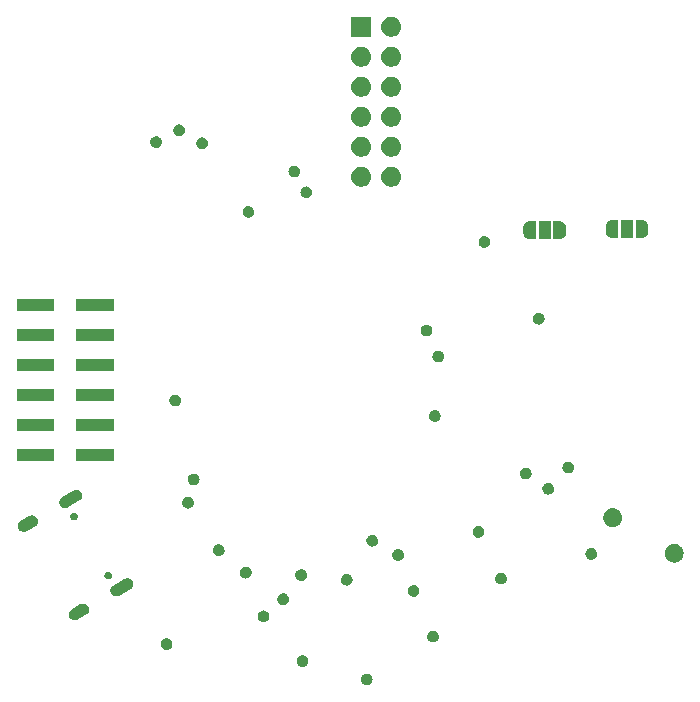
<source format=gbr>
%TF.GenerationSoftware,KiCad,Pcbnew,8.0.3*%
%TF.CreationDate,2024-11-06T16:38:13-05:00*%
%TF.ProjectId,vibecheck_mainboard,76696265-6368-4656-936b-5f6d61696e62,rev?*%
%TF.SameCoordinates,Original*%
%TF.FileFunction,Soldermask,Bot*%
%TF.FilePolarity,Negative*%
%FSLAX46Y46*%
G04 Gerber Fmt 4.6, Leading zero omitted, Abs format (unit mm)*
G04 Created by KiCad (PCBNEW 8.0.3) date 2024-11-06 16:38:13*
%MOMM*%
%LPD*%
G01*
G04 APERTURE LIST*
G04 APERTURE END LIST*
G36*
X149166035Y-124745089D02*
G01*
X149201157Y-124745089D01*
X149229702Y-124753470D01*
X149259321Y-124757370D01*
X149299106Y-124773849D01*
X149337708Y-124785184D01*
X149358083Y-124798278D01*
X149379827Y-124807285D01*
X149419671Y-124837859D01*
X149457430Y-124862125D01*
X149469601Y-124876172D01*
X149483309Y-124886690D01*
X149518845Y-124933002D01*
X149550627Y-124969680D01*
X149555974Y-124981390D01*
X149562714Y-124990173D01*
X149589326Y-125054421D01*
X149609746Y-125099134D01*
X149610755Y-125106154D01*
X149612629Y-125110678D01*
X149625900Y-125211484D01*
X149630000Y-125240000D01*
X149625899Y-125268517D01*
X149612629Y-125369321D01*
X149610755Y-125373843D01*
X149609746Y-125380866D01*
X149589324Y-125425583D01*
X149562714Y-125489827D01*
X149555974Y-125498609D01*
X149550627Y-125510320D01*
X149518841Y-125547002D01*
X149483309Y-125593309D01*
X149469604Y-125603824D01*
X149457430Y-125617875D01*
X149419663Y-125642145D01*
X149379827Y-125672714D01*
X149358087Y-125681718D01*
X149337708Y-125694816D01*
X149299097Y-125706152D01*
X149259321Y-125722629D01*
X149229708Y-125726527D01*
X149201157Y-125734911D01*
X149166028Y-125734911D01*
X149130000Y-125739654D01*
X149093972Y-125734911D01*
X149058843Y-125734911D01*
X149030291Y-125726527D01*
X149000678Y-125722629D01*
X148960898Y-125706151D01*
X148922292Y-125694816D01*
X148901913Y-125681719D01*
X148880172Y-125672714D01*
X148840330Y-125642142D01*
X148802570Y-125617875D01*
X148790397Y-125603827D01*
X148776690Y-125593309D01*
X148741149Y-125546992D01*
X148709373Y-125510320D01*
X148704026Y-125498612D01*
X148697285Y-125489827D01*
X148670665Y-125425560D01*
X148650254Y-125380866D01*
X148649244Y-125373847D01*
X148647370Y-125369321D01*
X148634088Y-125268435D01*
X148630000Y-125240000D01*
X148634088Y-125211567D01*
X148647370Y-125110678D01*
X148649245Y-125106151D01*
X148650254Y-125099134D01*
X148670662Y-125054444D01*
X148697285Y-124990173D01*
X148704026Y-124981387D01*
X148709373Y-124969680D01*
X148741145Y-124933012D01*
X148776690Y-124886690D01*
X148790399Y-124876170D01*
X148802570Y-124862125D01*
X148840325Y-124837860D01*
X148880173Y-124807285D01*
X148901916Y-124798278D01*
X148922292Y-124785184D01*
X148960891Y-124773850D01*
X149000678Y-124757370D01*
X149030297Y-124753470D01*
X149058843Y-124745089D01*
X149093965Y-124745089D01*
X149130000Y-124740345D01*
X149166035Y-124745089D01*
G37*
G36*
X143736035Y-123205089D02*
G01*
X143771157Y-123205089D01*
X143799702Y-123213470D01*
X143829321Y-123217370D01*
X143869106Y-123233849D01*
X143907708Y-123245184D01*
X143928083Y-123258278D01*
X143949827Y-123267285D01*
X143989671Y-123297859D01*
X144027430Y-123322125D01*
X144039601Y-123336172D01*
X144053309Y-123346690D01*
X144088845Y-123393002D01*
X144120627Y-123429680D01*
X144125974Y-123441390D01*
X144132714Y-123450173D01*
X144159326Y-123514421D01*
X144179746Y-123559134D01*
X144180755Y-123566154D01*
X144182629Y-123570678D01*
X144195900Y-123671484D01*
X144200000Y-123700000D01*
X144195899Y-123728517D01*
X144182629Y-123829321D01*
X144180755Y-123833843D01*
X144179746Y-123840866D01*
X144159324Y-123885583D01*
X144132714Y-123949827D01*
X144125974Y-123958609D01*
X144120627Y-123970320D01*
X144088841Y-124007002D01*
X144053309Y-124053309D01*
X144039604Y-124063824D01*
X144027430Y-124077875D01*
X143989663Y-124102145D01*
X143949827Y-124132714D01*
X143928087Y-124141718D01*
X143907708Y-124154816D01*
X143869097Y-124166152D01*
X143829321Y-124182629D01*
X143799708Y-124186527D01*
X143771157Y-124194911D01*
X143736028Y-124194911D01*
X143700000Y-124199654D01*
X143663972Y-124194911D01*
X143628843Y-124194911D01*
X143600291Y-124186527D01*
X143570678Y-124182629D01*
X143530898Y-124166151D01*
X143492292Y-124154816D01*
X143471913Y-124141719D01*
X143450172Y-124132714D01*
X143410330Y-124102142D01*
X143372570Y-124077875D01*
X143360397Y-124063827D01*
X143346690Y-124053309D01*
X143311149Y-124006992D01*
X143279373Y-123970320D01*
X143274026Y-123958612D01*
X143267285Y-123949827D01*
X143240665Y-123885560D01*
X143220254Y-123840866D01*
X143219244Y-123833847D01*
X143217370Y-123829321D01*
X143204088Y-123728435D01*
X143200000Y-123700000D01*
X143204088Y-123671567D01*
X143217370Y-123570678D01*
X143219245Y-123566151D01*
X143220254Y-123559134D01*
X143240662Y-123514444D01*
X143267285Y-123450173D01*
X143274026Y-123441387D01*
X143279373Y-123429680D01*
X143311145Y-123393012D01*
X143346690Y-123346690D01*
X143360399Y-123336170D01*
X143372570Y-123322125D01*
X143410325Y-123297860D01*
X143450173Y-123267285D01*
X143471916Y-123258278D01*
X143492292Y-123245184D01*
X143530891Y-123233850D01*
X143570678Y-123217370D01*
X143600297Y-123213470D01*
X143628843Y-123205089D01*
X143663965Y-123205089D01*
X143700000Y-123200345D01*
X143736035Y-123205089D01*
G37*
G36*
X132226035Y-121755089D02*
G01*
X132261157Y-121755089D01*
X132289702Y-121763470D01*
X132319321Y-121767370D01*
X132359106Y-121783849D01*
X132397708Y-121795184D01*
X132418083Y-121808278D01*
X132439827Y-121817285D01*
X132479671Y-121847859D01*
X132517430Y-121872125D01*
X132529601Y-121886172D01*
X132543309Y-121896690D01*
X132578845Y-121943002D01*
X132610627Y-121979680D01*
X132615974Y-121991390D01*
X132622714Y-122000173D01*
X132649326Y-122064421D01*
X132669746Y-122109134D01*
X132670755Y-122116154D01*
X132672629Y-122120678D01*
X132685900Y-122221484D01*
X132690000Y-122250000D01*
X132685899Y-122278517D01*
X132672629Y-122379321D01*
X132670755Y-122383843D01*
X132669746Y-122390866D01*
X132649324Y-122435583D01*
X132622714Y-122499827D01*
X132615974Y-122508609D01*
X132610627Y-122520320D01*
X132578841Y-122557002D01*
X132543309Y-122603309D01*
X132529604Y-122613824D01*
X132517430Y-122627875D01*
X132479663Y-122652145D01*
X132439827Y-122682714D01*
X132418087Y-122691718D01*
X132397708Y-122704816D01*
X132359097Y-122716152D01*
X132319321Y-122732629D01*
X132289708Y-122736527D01*
X132261157Y-122744911D01*
X132226028Y-122744911D01*
X132190000Y-122749654D01*
X132153972Y-122744911D01*
X132118843Y-122744911D01*
X132090291Y-122736527D01*
X132060678Y-122732629D01*
X132020898Y-122716151D01*
X131982292Y-122704816D01*
X131961913Y-122691719D01*
X131940172Y-122682714D01*
X131900330Y-122652142D01*
X131862570Y-122627875D01*
X131850397Y-122613827D01*
X131836690Y-122603309D01*
X131801149Y-122556992D01*
X131769373Y-122520320D01*
X131764026Y-122508612D01*
X131757285Y-122499827D01*
X131730665Y-122435560D01*
X131710254Y-122390866D01*
X131709244Y-122383847D01*
X131707370Y-122379321D01*
X131694088Y-122278435D01*
X131690000Y-122250000D01*
X131694088Y-122221567D01*
X131707370Y-122120678D01*
X131709245Y-122116151D01*
X131710254Y-122109134D01*
X131730662Y-122064444D01*
X131757285Y-122000173D01*
X131764026Y-121991387D01*
X131769373Y-121979680D01*
X131801145Y-121943012D01*
X131836690Y-121896690D01*
X131850399Y-121886170D01*
X131862570Y-121872125D01*
X131900325Y-121847860D01*
X131940173Y-121817285D01*
X131961916Y-121808278D01*
X131982292Y-121795184D01*
X132020891Y-121783850D01*
X132060678Y-121767370D01*
X132090297Y-121763470D01*
X132118843Y-121755089D01*
X132153965Y-121755089D01*
X132190000Y-121750345D01*
X132226035Y-121755089D01*
G37*
G36*
X154786035Y-121105089D02*
G01*
X154821157Y-121105089D01*
X154849702Y-121113470D01*
X154879321Y-121117370D01*
X154919106Y-121133849D01*
X154957708Y-121145184D01*
X154978083Y-121158278D01*
X154999827Y-121167285D01*
X155039671Y-121197859D01*
X155077430Y-121222125D01*
X155089601Y-121236172D01*
X155103309Y-121246690D01*
X155138845Y-121293002D01*
X155170627Y-121329680D01*
X155175974Y-121341390D01*
X155182714Y-121350173D01*
X155209326Y-121414421D01*
X155229746Y-121459134D01*
X155230755Y-121466154D01*
X155232629Y-121470678D01*
X155245900Y-121571484D01*
X155250000Y-121600000D01*
X155245899Y-121628517D01*
X155232629Y-121729321D01*
X155230755Y-121733843D01*
X155229746Y-121740866D01*
X155209324Y-121785583D01*
X155182714Y-121849827D01*
X155175974Y-121858609D01*
X155170627Y-121870320D01*
X155138841Y-121907002D01*
X155103309Y-121953309D01*
X155089604Y-121963824D01*
X155077430Y-121977875D01*
X155039663Y-122002145D01*
X154999827Y-122032714D01*
X154978087Y-122041718D01*
X154957708Y-122054816D01*
X154919097Y-122066152D01*
X154879321Y-122082629D01*
X154849708Y-122086527D01*
X154821157Y-122094911D01*
X154786028Y-122094911D01*
X154750000Y-122099654D01*
X154713972Y-122094911D01*
X154678843Y-122094911D01*
X154650291Y-122086527D01*
X154620678Y-122082629D01*
X154580898Y-122066151D01*
X154542292Y-122054816D01*
X154521913Y-122041719D01*
X154500172Y-122032714D01*
X154460330Y-122002142D01*
X154422570Y-121977875D01*
X154410397Y-121963827D01*
X154396690Y-121953309D01*
X154361149Y-121906992D01*
X154329373Y-121870320D01*
X154324026Y-121858612D01*
X154317285Y-121849827D01*
X154290665Y-121785560D01*
X154270254Y-121740866D01*
X154269244Y-121733847D01*
X154267370Y-121729321D01*
X154254088Y-121628435D01*
X154250000Y-121600000D01*
X154254088Y-121571567D01*
X154267370Y-121470678D01*
X154269245Y-121466151D01*
X154270254Y-121459134D01*
X154290662Y-121414444D01*
X154317285Y-121350173D01*
X154324026Y-121341387D01*
X154329373Y-121329680D01*
X154361145Y-121293012D01*
X154396690Y-121246690D01*
X154410399Y-121236170D01*
X154422570Y-121222125D01*
X154460325Y-121197860D01*
X154500173Y-121167285D01*
X154521916Y-121158278D01*
X154542292Y-121145184D01*
X154580891Y-121133850D01*
X154620678Y-121117370D01*
X154650297Y-121113470D01*
X154678843Y-121105089D01*
X154713965Y-121105089D01*
X154750000Y-121100345D01*
X154786035Y-121105089D01*
G37*
G36*
X140436035Y-119405089D02*
G01*
X140471157Y-119405089D01*
X140499702Y-119413470D01*
X140529321Y-119417370D01*
X140569106Y-119433849D01*
X140607708Y-119445184D01*
X140628083Y-119458278D01*
X140649827Y-119467285D01*
X140689671Y-119497859D01*
X140727430Y-119522125D01*
X140739601Y-119536172D01*
X140753309Y-119546690D01*
X140788845Y-119593002D01*
X140820627Y-119629680D01*
X140825974Y-119641390D01*
X140832714Y-119650173D01*
X140859326Y-119714421D01*
X140879746Y-119759134D01*
X140880755Y-119766154D01*
X140882629Y-119770678D01*
X140895900Y-119871484D01*
X140900000Y-119900000D01*
X140895899Y-119928517D01*
X140882629Y-120029321D01*
X140880755Y-120033843D01*
X140879746Y-120040866D01*
X140859324Y-120085583D01*
X140832714Y-120149827D01*
X140825974Y-120158609D01*
X140820627Y-120170320D01*
X140788841Y-120207002D01*
X140753309Y-120253309D01*
X140739604Y-120263824D01*
X140727430Y-120277875D01*
X140689663Y-120302145D01*
X140649827Y-120332714D01*
X140628087Y-120341718D01*
X140607708Y-120354816D01*
X140569097Y-120366152D01*
X140529321Y-120382629D01*
X140499708Y-120386527D01*
X140471157Y-120394911D01*
X140436028Y-120394911D01*
X140400000Y-120399654D01*
X140363972Y-120394911D01*
X140328843Y-120394911D01*
X140300291Y-120386527D01*
X140270678Y-120382629D01*
X140230898Y-120366151D01*
X140192292Y-120354816D01*
X140171913Y-120341719D01*
X140150172Y-120332714D01*
X140110330Y-120302142D01*
X140072570Y-120277875D01*
X140060397Y-120263827D01*
X140046690Y-120253309D01*
X140011149Y-120206992D01*
X139979373Y-120170320D01*
X139974026Y-120158612D01*
X139967285Y-120149827D01*
X139940665Y-120085560D01*
X139920254Y-120040866D01*
X139919244Y-120033847D01*
X139917370Y-120029321D01*
X139904088Y-119928435D01*
X139900000Y-119900000D01*
X139904088Y-119871567D01*
X139917370Y-119770678D01*
X139919245Y-119766151D01*
X139920254Y-119759134D01*
X139940662Y-119714444D01*
X139967285Y-119650173D01*
X139974026Y-119641387D01*
X139979373Y-119629680D01*
X140011145Y-119593012D01*
X140046690Y-119546690D01*
X140060399Y-119536170D01*
X140072570Y-119522125D01*
X140110325Y-119497860D01*
X140150173Y-119467285D01*
X140171916Y-119458278D01*
X140192292Y-119445184D01*
X140230891Y-119433850D01*
X140270678Y-119417370D01*
X140300297Y-119413470D01*
X140328843Y-119405089D01*
X140363965Y-119405089D01*
X140400000Y-119400345D01*
X140436035Y-119405089D01*
G37*
G36*
X125316775Y-118866790D02*
G01*
X125429814Y-118932053D01*
X125522110Y-119024349D01*
X125587373Y-119137388D01*
X125621156Y-119263467D01*
X125621156Y-119393993D01*
X125587373Y-119520072D01*
X125522110Y-119633111D01*
X125429814Y-119725406D01*
X124682613Y-120161743D01*
X124623955Y-120190669D01*
X124497876Y-120224453D01*
X124367350Y-120224453D01*
X124241271Y-120190670D01*
X124128232Y-120125407D01*
X124035937Y-120033110D01*
X123970674Y-119920072D01*
X123936890Y-119793993D01*
X123936890Y-119663467D01*
X123970673Y-119537388D01*
X124035936Y-119424349D01*
X124128233Y-119332054D01*
X124875433Y-118895717D01*
X124934092Y-118866791D01*
X125060170Y-118833007D01*
X125190696Y-118833007D01*
X125316775Y-118866790D01*
G37*
G36*
X142096035Y-117955089D02*
G01*
X142131157Y-117955089D01*
X142159702Y-117963470D01*
X142189321Y-117967370D01*
X142229106Y-117983849D01*
X142267708Y-117995184D01*
X142288083Y-118008278D01*
X142309827Y-118017285D01*
X142349671Y-118047859D01*
X142387430Y-118072125D01*
X142399601Y-118086172D01*
X142413309Y-118096690D01*
X142448845Y-118143002D01*
X142480627Y-118179680D01*
X142485974Y-118191390D01*
X142492714Y-118200173D01*
X142519326Y-118264421D01*
X142539746Y-118309134D01*
X142540755Y-118316154D01*
X142542629Y-118320678D01*
X142555900Y-118421484D01*
X142560000Y-118450000D01*
X142555899Y-118478517D01*
X142542629Y-118579321D01*
X142540755Y-118583843D01*
X142539746Y-118590866D01*
X142519324Y-118635583D01*
X142492714Y-118699827D01*
X142485974Y-118708609D01*
X142480627Y-118720320D01*
X142448841Y-118757002D01*
X142413309Y-118803309D01*
X142399604Y-118813824D01*
X142387430Y-118827875D01*
X142349663Y-118852145D01*
X142309827Y-118882714D01*
X142288087Y-118891718D01*
X142267708Y-118904816D01*
X142229097Y-118916152D01*
X142189321Y-118932629D01*
X142159708Y-118936527D01*
X142131157Y-118944911D01*
X142096028Y-118944911D01*
X142060000Y-118949654D01*
X142023972Y-118944911D01*
X141988843Y-118944911D01*
X141960291Y-118936527D01*
X141930678Y-118932629D01*
X141890898Y-118916151D01*
X141852292Y-118904816D01*
X141831913Y-118891719D01*
X141810172Y-118882714D01*
X141770330Y-118852142D01*
X141732570Y-118827875D01*
X141720397Y-118813827D01*
X141706690Y-118803309D01*
X141671149Y-118756992D01*
X141639373Y-118720320D01*
X141634026Y-118708612D01*
X141627285Y-118699827D01*
X141600665Y-118635560D01*
X141580254Y-118590866D01*
X141579244Y-118583847D01*
X141577370Y-118579321D01*
X141564088Y-118478435D01*
X141560000Y-118450000D01*
X141564088Y-118421567D01*
X141577370Y-118320678D01*
X141579245Y-118316151D01*
X141580254Y-118309134D01*
X141600662Y-118264444D01*
X141627285Y-118200173D01*
X141634026Y-118191387D01*
X141639373Y-118179680D01*
X141671145Y-118143012D01*
X141706690Y-118096690D01*
X141720399Y-118086170D01*
X141732570Y-118072125D01*
X141770325Y-118047860D01*
X141810173Y-118017285D01*
X141831916Y-118008278D01*
X141852292Y-117995184D01*
X141890891Y-117983850D01*
X141930678Y-117967370D01*
X141960297Y-117963470D01*
X141988843Y-117955089D01*
X142023965Y-117955089D01*
X142060000Y-117950345D01*
X142096035Y-117955089D01*
G37*
G36*
X153136035Y-117255089D02*
G01*
X153171157Y-117255089D01*
X153199702Y-117263470D01*
X153229321Y-117267370D01*
X153269106Y-117283849D01*
X153307708Y-117295184D01*
X153328083Y-117308278D01*
X153349827Y-117317285D01*
X153389671Y-117347859D01*
X153427430Y-117372125D01*
X153439601Y-117386172D01*
X153453309Y-117396690D01*
X153488845Y-117443002D01*
X153520627Y-117479680D01*
X153525974Y-117491390D01*
X153532714Y-117500173D01*
X153559326Y-117564421D01*
X153579746Y-117609134D01*
X153580755Y-117616154D01*
X153582629Y-117620678D01*
X153595900Y-117721484D01*
X153600000Y-117750000D01*
X153595899Y-117778517D01*
X153582629Y-117879321D01*
X153580755Y-117883843D01*
X153579746Y-117890866D01*
X153559324Y-117935583D01*
X153532714Y-117999827D01*
X153525974Y-118008609D01*
X153520627Y-118020320D01*
X153488841Y-118057002D01*
X153453309Y-118103309D01*
X153439604Y-118113824D01*
X153427430Y-118127875D01*
X153389663Y-118152145D01*
X153349827Y-118182714D01*
X153328087Y-118191718D01*
X153307708Y-118204816D01*
X153269097Y-118216152D01*
X153229321Y-118232629D01*
X153199708Y-118236527D01*
X153171157Y-118244911D01*
X153136028Y-118244911D01*
X153100000Y-118249654D01*
X153063972Y-118244911D01*
X153028843Y-118244911D01*
X153000291Y-118236527D01*
X152970678Y-118232629D01*
X152930898Y-118216151D01*
X152892292Y-118204816D01*
X152871913Y-118191719D01*
X152850172Y-118182714D01*
X152810330Y-118152142D01*
X152772570Y-118127875D01*
X152760397Y-118113827D01*
X152746690Y-118103309D01*
X152711149Y-118056992D01*
X152679373Y-118020320D01*
X152674026Y-118008612D01*
X152667285Y-117999827D01*
X152640665Y-117935560D01*
X152620254Y-117890866D01*
X152619244Y-117883847D01*
X152617370Y-117879321D01*
X152604088Y-117778435D01*
X152600000Y-117750000D01*
X152604088Y-117721567D01*
X152617370Y-117620678D01*
X152619245Y-117616151D01*
X152620254Y-117609134D01*
X152640662Y-117564444D01*
X152667285Y-117500173D01*
X152674026Y-117491387D01*
X152679373Y-117479680D01*
X152711145Y-117443012D01*
X152746690Y-117396690D01*
X152760399Y-117386170D01*
X152772570Y-117372125D01*
X152810325Y-117347860D01*
X152850173Y-117317285D01*
X152871916Y-117308278D01*
X152892292Y-117295184D01*
X152930891Y-117283850D01*
X152970678Y-117267370D01*
X153000297Y-117263470D01*
X153028843Y-117255089D01*
X153063965Y-117255089D01*
X153100000Y-117250345D01*
X153136035Y-117255089D01*
G37*
G36*
X129066665Y-116701790D02*
G01*
X129179704Y-116767053D01*
X129271999Y-116859350D01*
X129337262Y-116972388D01*
X129371046Y-117098467D01*
X129371046Y-117228993D01*
X129337263Y-117355072D01*
X129272000Y-117468111D01*
X129179703Y-117560406D01*
X128172695Y-118146743D01*
X128114037Y-118175669D01*
X127987958Y-118209453D01*
X127857432Y-118209453D01*
X127731353Y-118175670D01*
X127618314Y-118110407D01*
X127526019Y-118018110D01*
X127460756Y-117905072D01*
X127426972Y-117778993D01*
X127426972Y-117648467D01*
X127460755Y-117522388D01*
X127526018Y-117409349D01*
X127618315Y-117317054D01*
X128625323Y-116730717D01*
X128683981Y-116701791D01*
X128810060Y-116668007D01*
X128940586Y-116668007D01*
X129066665Y-116701790D01*
G37*
G36*
X147486035Y-116305089D02*
G01*
X147521157Y-116305089D01*
X147549702Y-116313470D01*
X147579321Y-116317370D01*
X147619106Y-116333849D01*
X147657708Y-116345184D01*
X147678083Y-116358278D01*
X147699827Y-116367285D01*
X147739671Y-116397859D01*
X147777430Y-116422125D01*
X147789601Y-116436172D01*
X147803309Y-116446690D01*
X147838845Y-116493002D01*
X147870627Y-116529680D01*
X147875974Y-116541390D01*
X147882714Y-116550173D01*
X147909326Y-116614421D01*
X147929746Y-116659134D01*
X147930755Y-116666154D01*
X147932629Y-116670678D01*
X147945900Y-116771484D01*
X147950000Y-116800000D01*
X147945899Y-116828517D01*
X147932629Y-116929321D01*
X147930755Y-116933843D01*
X147929746Y-116940866D01*
X147909324Y-116985583D01*
X147882714Y-117049827D01*
X147875974Y-117058609D01*
X147870627Y-117070320D01*
X147838841Y-117107002D01*
X147803309Y-117153309D01*
X147789604Y-117163824D01*
X147777430Y-117177875D01*
X147739663Y-117202145D01*
X147699827Y-117232714D01*
X147678087Y-117241718D01*
X147657708Y-117254816D01*
X147619097Y-117266152D01*
X147579321Y-117282629D01*
X147549708Y-117286527D01*
X147521157Y-117294911D01*
X147486028Y-117294911D01*
X147450000Y-117299654D01*
X147413972Y-117294911D01*
X147378843Y-117294911D01*
X147350291Y-117286527D01*
X147320678Y-117282629D01*
X147280898Y-117266151D01*
X147242292Y-117254816D01*
X147221913Y-117241719D01*
X147200172Y-117232714D01*
X147160330Y-117202142D01*
X147122570Y-117177875D01*
X147110397Y-117163827D01*
X147096690Y-117153309D01*
X147061149Y-117106992D01*
X147029373Y-117070320D01*
X147024026Y-117058612D01*
X147017285Y-117049827D01*
X146990665Y-116985560D01*
X146970254Y-116940866D01*
X146969244Y-116933847D01*
X146967370Y-116929321D01*
X146954088Y-116828435D01*
X146950000Y-116800000D01*
X146954088Y-116771567D01*
X146967370Y-116670678D01*
X146969245Y-116666151D01*
X146970254Y-116659134D01*
X146990662Y-116614444D01*
X147017285Y-116550173D01*
X147024026Y-116541387D01*
X147029373Y-116529680D01*
X147061145Y-116493012D01*
X147096690Y-116446690D01*
X147110399Y-116436170D01*
X147122570Y-116422125D01*
X147160325Y-116397860D01*
X147200173Y-116367285D01*
X147221916Y-116358278D01*
X147242292Y-116345184D01*
X147280891Y-116333850D01*
X147320678Y-116317370D01*
X147350297Y-116313470D01*
X147378843Y-116305089D01*
X147413965Y-116305089D01*
X147450000Y-116300345D01*
X147486035Y-116305089D01*
G37*
G36*
X160536035Y-116205089D02*
G01*
X160571157Y-116205089D01*
X160599702Y-116213470D01*
X160629321Y-116217370D01*
X160669106Y-116233849D01*
X160707708Y-116245184D01*
X160728083Y-116258278D01*
X160749827Y-116267285D01*
X160789671Y-116297859D01*
X160827430Y-116322125D01*
X160839601Y-116336172D01*
X160853309Y-116346690D01*
X160888845Y-116393002D01*
X160920627Y-116429680D01*
X160925974Y-116441390D01*
X160932714Y-116450173D01*
X160959326Y-116514421D01*
X160979746Y-116559134D01*
X160980755Y-116566154D01*
X160982629Y-116570678D01*
X160995900Y-116671484D01*
X161000000Y-116700000D01*
X160995899Y-116728517D01*
X160982629Y-116829321D01*
X160980755Y-116833843D01*
X160979746Y-116840866D01*
X160959324Y-116885583D01*
X160932714Y-116949827D01*
X160925974Y-116958609D01*
X160920627Y-116970320D01*
X160888841Y-117007002D01*
X160853309Y-117053309D01*
X160839604Y-117063824D01*
X160827430Y-117077875D01*
X160789663Y-117102145D01*
X160749827Y-117132714D01*
X160728087Y-117141718D01*
X160707708Y-117154816D01*
X160669097Y-117166152D01*
X160629321Y-117182629D01*
X160599708Y-117186527D01*
X160571157Y-117194911D01*
X160536028Y-117194911D01*
X160500000Y-117199654D01*
X160463972Y-117194911D01*
X160428843Y-117194911D01*
X160400291Y-117186527D01*
X160370678Y-117182629D01*
X160330898Y-117166151D01*
X160292292Y-117154816D01*
X160271913Y-117141719D01*
X160250172Y-117132714D01*
X160210330Y-117102142D01*
X160172570Y-117077875D01*
X160160397Y-117063827D01*
X160146690Y-117053309D01*
X160111149Y-117006992D01*
X160079373Y-116970320D01*
X160074026Y-116958612D01*
X160067285Y-116949827D01*
X160040665Y-116885560D01*
X160020254Y-116840866D01*
X160019244Y-116833847D01*
X160017370Y-116829321D01*
X160004088Y-116728435D01*
X160000000Y-116700000D01*
X160004088Y-116671567D01*
X160017370Y-116570678D01*
X160019245Y-116566151D01*
X160020254Y-116559134D01*
X160040662Y-116514444D01*
X160067285Y-116450173D01*
X160074026Y-116441387D01*
X160079373Y-116429680D01*
X160111145Y-116393012D01*
X160146690Y-116346690D01*
X160160399Y-116336170D01*
X160172570Y-116322125D01*
X160210325Y-116297860D01*
X160250173Y-116267285D01*
X160271916Y-116258278D01*
X160292292Y-116245184D01*
X160330891Y-116233850D01*
X160370678Y-116217370D01*
X160400297Y-116213470D01*
X160428843Y-116205089D01*
X160463965Y-116205089D01*
X160500000Y-116200345D01*
X160536035Y-116205089D01*
G37*
G36*
X143616035Y-115915089D02*
G01*
X143651157Y-115915089D01*
X143679702Y-115923470D01*
X143709321Y-115927370D01*
X143749106Y-115943849D01*
X143787708Y-115955184D01*
X143808083Y-115968278D01*
X143829827Y-115977285D01*
X143869671Y-116007859D01*
X143907430Y-116032125D01*
X143919601Y-116046172D01*
X143933309Y-116056690D01*
X143968845Y-116103002D01*
X144000627Y-116139680D01*
X144005974Y-116151390D01*
X144012714Y-116160173D01*
X144039326Y-116224421D01*
X144059746Y-116269134D01*
X144060755Y-116276154D01*
X144062629Y-116280678D01*
X144075900Y-116381484D01*
X144080000Y-116410000D01*
X144075899Y-116438517D01*
X144062629Y-116539321D01*
X144060755Y-116543843D01*
X144059746Y-116550866D01*
X144039324Y-116595583D01*
X144012714Y-116659827D01*
X144005974Y-116668609D01*
X144000627Y-116680320D01*
X143968841Y-116717002D01*
X143933309Y-116763309D01*
X143919604Y-116773824D01*
X143907430Y-116787875D01*
X143869663Y-116812145D01*
X143829827Y-116842714D01*
X143808087Y-116851718D01*
X143787708Y-116864816D01*
X143749097Y-116876152D01*
X143709321Y-116892629D01*
X143679708Y-116896527D01*
X143651157Y-116904911D01*
X143616028Y-116904911D01*
X143580000Y-116909654D01*
X143543972Y-116904911D01*
X143508843Y-116904911D01*
X143480291Y-116896527D01*
X143450678Y-116892629D01*
X143410898Y-116876151D01*
X143372292Y-116864816D01*
X143351913Y-116851719D01*
X143330172Y-116842714D01*
X143290330Y-116812142D01*
X143252570Y-116787875D01*
X143240397Y-116773827D01*
X143226690Y-116763309D01*
X143191149Y-116716992D01*
X143159373Y-116680320D01*
X143154026Y-116668612D01*
X143147285Y-116659827D01*
X143120665Y-116595560D01*
X143100254Y-116550866D01*
X143099244Y-116543847D01*
X143097370Y-116539321D01*
X143084088Y-116438435D01*
X143080000Y-116410000D01*
X143084088Y-116381567D01*
X143097370Y-116280678D01*
X143099245Y-116276151D01*
X143100254Y-116269134D01*
X143120662Y-116224444D01*
X143147285Y-116160173D01*
X143154026Y-116151387D01*
X143159373Y-116139680D01*
X143191145Y-116103012D01*
X143226690Y-116056690D01*
X143240399Y-116046170D01*
X143252570Y-116032125D01*
X143290325Y-116007860D01*
X143330173Y-115977285D01*
X143351916Y-115968278D01*
X143372292Y-115955184D01*
X143410891Y-115943850D01*
X143450678Y-115927370D01*
X143480297Y-115923470D01*
X143508843Y-115915089D01*
X143543965Y-115915089D01*
X143580000Y-115910345D01*
X143616035Y-115915089D01*
G37*
G36*
X127279022Y-116130250D02*
G01*
X127307432Y-116130250D01*
X127329319Y-116138216D01*
X127351274Y-116141694D01*
X127382283Y-116157494D01*
X127413496Y-116168855D01*
X127427280Y-116180421D01*
X127441730Y-116187784D01*
X127471327Y-116217381D01*
X127499960Y-116241407D01*
X127506253Y-116252307D01*
X127513524Y-116259578D01*
X127536607Y-116304882D01*
X127556396Y-116339156D01*
X127557626Y-116346132D01*
X127559614Y-116350034D01*
X127571091Y-116422496D01*
X127575996Y-116450313D01*
X127571090Y-116478131D01*
X127559614Y-116550591D01*
X127557626Y-116554491D01*
X127556396Y-116561470D01*
X127536603Y-116595751D01*
X127513524Y-116641047D01*
X127506254Y-116648316D01*
X127499960Y-116659219D01*
X127471320Y-116683250D01*
X127441730Y-116712841D01*
X127427283Y-116720201D01*
X127413496Y-116731771D01*
X127382277Y-116743133D01*
X127351274Y-116758931D01*
X127329324Y-116762407D01*
X127307432Y-116770376D01*
X127279016Y-116770376D01*
X127250996Y-116774814D01*
X127222976Y-116770376D01*
X127194560Y-116770376D01*
X127172667Y-116762407D01*
X127150717Y-116758931D01*
X127119711Y-116743132D01*
X127088496Y-116731771D01*
X127074710Y-116720203D01*
X127060261Y-116712841D01*
X127030664Y-116683244D01*
X127002032Y-116659219D01*
X126995738Y-116648318D01*
X126988467Y-116641047D01*
X126965379Y-116595736D01*
X126945596Y-116561470D01*
X126944366Y-116554494D01*
X126942377Y-116550591D01*
X126930891Y-116478076D01*
X126925996Y-116450313D01*
X126930890Y-116422552D01*
X126942377Y-116350034D01*
X126944366Y-116346129D01*
X126945596Y-116339156D01*
X126965375Y-116304897D01*
X126988467Y-116259578D01*
X126995739Y-116252305D01*
X127002032Y-116241407D01*
X127030658Y-116217386D01*
X127060261Y-116187784D01*
X127074713Y-116180420D01*
X127088496Y-116168855D01*
X127119704Y-116157495D01*
X127150717Y-116141694D01*
X127172672Y-116138216D01*
X127194560Y-116130250D01*
X127222970Y-116130250D01*
X127250996Y-116125811D01*
X127279022Y-116130250D01*
G37*
G36*
X138936035Y-115705089D02*
G01*
X138971157Y-115705089D01*
X138999702Y-115713470D01*
X139029321Y-115717370D01*
X139069106Y-115733849D01*
X139107708Y-115745184D01*
X139128083Y-115758278D01*
X139149827Y-115767285D01*
X139189671Y-115797859D01*
X139227430Y-115822125D01*
X139239601Y-115836172D01*
X139253309Y-115846690D01*
X139288845Y-115893002D01*
X139320627Y-115929680D01*
X139325974Y-115941390D01*
X139332714Y-115950173D01*
X139359326Y-116014421D01*
X139379746Y-116059134D01*
X139380755Y-116066154D01*
X139382629Y-116070678D01*
X139395900Y-116171484D01*
X139400000Y-116200000D01*
X139395899Y-116228517D01*
X139382629Y-116329321D01*
X139380755Y-116333843D01*
X139379746Y-116340866D01*
X139359324Y-116385583D01*
X139332714Y-116449827D01*
X139325974Y-116458609D01*
X139320627Y-116470320D01*
X139288841Y-116507002D01*
X139253309Y-116553309D01*
X139239604Y-116563824D01*
X139227430Y-116577875D01*
X139189663Y-116602145D01*
X139149827Y-116632714D01*
X139128087Y-116641718D01*
X139107708Y-116654816D01*
X139069097Y-116666152D01*
X139029321Y-116682629D01*
X138999708Y-116686527D01*
X138971157Y-116694911D01*
X138936028Y-116694911D01*
X138900000Y-116699654D01*
X138863972Y-116694911D01*
X138828843Y-116694911D01*
X138800291Y-116686527D01*
X138770678Y-116682629D01*
X138730898Y-116666151D01*
X138692292Y-116654816D01*
X138671913Y-116641719D01*
X138650172Y-116632714D01*
X138610330Y-116602142D01*
X138572570Y-116577875D01*
X138560397Y-116563827D01*
X138546690Y-116553309D01*
X138511149Y-116506992D01*
X138479373Y-116470320D01*
X138474026Y-116458612D01*
X138467285Y-116449827D01*
X138440665Y-116385560D01*
X138420254Y-116340866D01*
X138419244Y-116333847D01*
X138417370Y-116329321D01*
X138404088Y-116228435D01*
X138400000Y-116200000D01*
X138404088Y-116171567D01*
X138417370Y-116070678D01*
X138419245Y-116066151D01*
X138420254Y-116059134D01*
X138440662Y-116014444D01*
X138467285Y-115950173D01*
X138474026Y-115941387D01*
X138479373Y-115929680D01*
X138511145Y-115893012D01*
X138546690Y-115846690D01*
X138560399Y-115836170D01*
X138572570Y-115822125D01*
X138610325Y-115797860D01*
X138650173Y-115767285D01*
X138671916Y-115758278D01*
X138692292Y-115745184D01*
X138730891Y-115733850D01*
X138770678Y-115717370D01*
X138800297Y-115713470D01*
X138828843Y-115705089D01*
X138863965Y-115705089D01*
X138900000Y-115700345D01*
X138936035Y-115705089D01*
G37*
G36*
X175205907Y-113754602D02*
G01*
X175248664Y-113754602D01*
X175296901Y-113764854D01*
X175343081Y-113770058D01*
X175376655Y-113781806D01*
X175412209Y-113789363D01*
X175463445Y-113812175D01*
X175512171Y-113829225D01*
X175537536Y-113845163D01*
X175564953Y-113857370D01*
X175616075Y-113894512D01*
X175663856Y-113924535D01*
X175681013Y-113941692D01*
X175700223Y-113955649D01*
X175747712Y-114008391D01*
X175790529Y-114051208D01*
X175800377Y-114066882D01*
X175812099Y-114079900D01*
X175852197Y-114149352D01*
X175885839Y-114202893D01*
X175890039Y-114214897D01*
X175895699Y-114224700D01*
X175924684Y-114313908D01*
X175945006Y-114371983D01*
X175945776Y-114378820D01*
X175947366Y-114383713D01*
X175961775Y-114520818D01*
X175965064Y-114550000D01*
X175961775Y-114579184D01*
X175947366Y-114716286D01*
X175945776Y-114721177D01*
X175945006Y-114728017D01*
X175924680Y-114786104D01*
X175895699Y-114875299D01*
X175890040Y-114885099D01*
X175885839Y-114897107D01*
X175852190Y-114950658D01*
X175812099Y-115020099D01*
X175800379Y-115033114D01*
X175790529Y-115048792D01*
X175747703Y-115091617D01*
X175700223Y-115144350D01*
X175681017Y-115158303D01*
X175663856Y-115175465D01*
X175616065Y-115205493D01*
X175564953Y-115242629D01*
X175537542Y-115254833D01*
X175512171Y-115270775D01*
X175463434Y-115287828D01*
X175412209Y-115310636D01*
X175376661Y-115318191D01*
X175343081Y-115329942D01*
X175296898Y-115335145D01*
X175248664Y-115345398D01*
X175205907Y-115345398D01*
X175165064Y-115350000D01*
X175124221Y-115345398D01*
X175081464Y-115345398D01*
X175033228Y-115335145D01*
X174987047Y-115329942D01*
X174953467Y-115318192D01*
X174917918Y-115310636D01*
X174866688Y-115287826D01*
X174817957Y-115270775D01*
X174792588Y-115254834D01*
X174765174Y-115242629D01*
X174714055Y-115205489D01*
X174666272Y-115175465D01*
X174649113Y-115158306D01*
X174629904Y-115144350D01*
X174582414Y-115091607D01*
X174539599Y-115048792D01*
X174529750Y-115033118D01*
X174518028Y-115020099D01*
X174477925Y-114950639D01*
X174444289Y-114897107D01*
X174440089Y-114885104D01*
X174434428Y-114875299D01*
X174405433Y-114786064D01*
X174385122Y-114728017D01*
X174384351Y-114721182D01*
X174382761Y-114716286D01*
X174368337Y-114579052D01*
X174365064Y-114550000D01*
X174368337Y-114520950D01*
X174382761Y-114383713D01*
X174384352Y-114378816D01*
X174385122Y-114371983D01*
X174405429Y-114313948D01*
X174434428Y-114224700D01*
X174440089Y-114214893D01*
X174444289Y-114202893D01*
X174477918Y-114149371D01*
X174518028Y-114079900D01*
X174529752Y-114066878D01*
X174539599Y-114051208D01*
X174582405Y-114008401D01*
X174629904Y-113955649D01*
X174649116Y-113941690D01*
X174666272Y-113924535D01*
X174714049Y-113894514D01*
X174765175Y-113857370D01*
X174792591Y-113845162D01*
X174817957Y-113829225D01*
X174866679Y-113812176D01*
X174917918Y-113789363D01*
X174953473Y-113781805D01*
X174987047Y-113770058D01*
X175033225Y-113764854D01*
X175081464Y-113754602D01*
X175124221Y-113754602D01*
X175165064Y-113750000D01*
X175205907Y-113754602D01*
G37*
G36*
X151836035Y-114205089D02*
G01*
X151871157Y-114205089D01*
X151899702Y-114213470D01*
X151929321Y-114217370D01*
X151969106Y-114233849D01*
X152007708Y-114245184D01*
X152028083Y-114258278D01*
X152049827Y-114267285D01*
X152089671Y-114297859D01*
X152127430Y-114322125D01*
X152139601Y-114336172D01*
X152153309Y-114346690D01*
X152188845Y-114393002D01*
X152220627Y-114429680D01*
X152225974Y-114441390D01*
X152232714Y-114450173D01*
X152259326Y-114514421D01*
X152279746Y-114559134D01*
X152280755Y-114566154D01*
X152282629Y-114570678D01*
X152295900Y-114671484D01*
X152300000Y-114700000D01*
X152295899Y-114728517D01*
X152282629Y-114829321D01*
X152280755Y-114833843D01*
X152279746Y-114840866D01*
X152259324Y-114885583D01*
X152232714Y-114949827D01*
X152225974Y-114958609D01*
X152220627Y-114970320D01*
X152188841Y-115007002D01*
X152153309Y-115053309D01*
X152139604Y-115063824D01*
X152127430Y-115077875D01*
X152089663Y-115102145D01*
X152049827Y-115132714D01*
X152028087Y-115141718D01*
X152007708Y-115154816D01*
X151969097Y-115166152D01*
X151929321Y-115182629D01*
X151899708Y-115186527D01*
X151871157Y-115194911D01*
X151836028Y-115194911D01*
X151800000Y-115199654D01*
X151763972Y-115194911D01*
X151728843Y-115194911D01*
X151700291Y-115186527D01*
X151670678Y-115182629D01*
X151630898Y-115166151D01*
X151592292Y-115154816D01*
X151571913Y-115141719D01*
X151550172Y-115132714D01*
X151510330Y-115102142D01*
X151472570Y-115077875D01*
X151460397Y-115063827D01*
X151446690Y-115053309D01*
X151411149Y-115006992D01*
X151379373Y-114970320D01*
X151374026Y-114958612D01*
X151367285Y-114949827D01*
X151340665Y-114885560D01*
X151320254Y-114840866D01*
X151319244Y-114833847D01*
X151317370Y-114829321D01*
X151304088Y-114728435D01*
X151300000Y-114700000D01*
X151304088Y-114671567D01*
X151317370Y-114570678D01*
X151319245Y-114566151D01*
X151320254Y-114559134D01*
X151340662Y-114514444D01*
X151367285Y-114450173D01*
X151374026Y-114441387D01*
X151379373Y-114429680D01*
X151411145Y-114393012D01*
X151446690Y-114346690D01*
X151460399Y-114336170D01*
X151472570Y-114322125D01*
X151510325Y-114297860D01*
X151550173Y-114267285D01*
X151571916Y-114258278D01*
X151592292Y-114245184D01*
X151630891Y-114233850D01*
X151670678Y-114217370D01*
X151700297Y-114213470D01*
X151728843Y-114205089D01*
X151763965Y-114205089D01*
X151800000Y-114200345D01*
X151836035Y-114205089D01*
G37*
G36*
X168186035Y-114115089D02*
G01*
X168221157Y-114115089D01*
X168249702Y-114123470D01*
X168279321Y-114127370D01*
X168319106Y-114143849D01*
X168357708Y-114155184D01*
X168378083Y-114168278D01*
X168399827Y-114177285D01*
X168439671Y-114207859D01*
X168477430Y-114232125D01*
X168489601Y-114246172D01*
X168503309Y-114256690D01*
X168538845Y-114303002D01*
X168570627Y-114339680D01*
X168575974Y-114351390D01*
X168582714Y-114360173D01*
X168609326Y-114424421D01*
X168629746Y-114469134D01*
X168630755Y-114476154D01*
X168632629Y-114480678D01*
X168645900Y-114581484D01*
X168650000Y-114610000D01*
X168645899Y-114638517D01*
X168632629Y-114739321D01*
X168630755Y-114743843D01*
X168629746Y-114750866D01*
X168609324Y-114795583D01*
X168582714Y-114859827D01*
X168575974Y-114868609D01*
X168570627Y-114880320D01*
X168538841Y-114917002D01*
X168503309Y-114963309D01*
X168489604Y-114973824D01*
X168477430Y-114987875D01*
X168439663Y-115012145D01*
X168399827Y-115042714D01*
X168378087Y-115051718D01*
X168357708Y-115064816D01*
X168319097Y-115076152D01*
X168279321Y-115092629D01*
X168249708Y-115096527D01*
X168221157Y-115104911D01*
X168186028Y-115104911D01*
X168150000Y-115109654D01*
X168113972Y-115104911D01*
X168078843Y-115104911D01*
X168050291Y-115096527D01*
X168020678Y-115092629D01*
X167980898Y-115076151D01*
X167942292Y-115064816D01*
X167921913Y-115051719D01*
X167900172Y-115042714D01*
X167860330Y-115012142D01*
X167822570Y-114987875D01*
X167810397Y-114973827D01*
X167796690Y-114963309D01*
X167761149Y-114916992D01*
X167729373Y-114880320D01*
X167724026Y-114868612D01*
X167717285Y-114859827D01*
X167690665Y-114795560D01*
X167670254Y-114750866D01*
X167669244Y-114743847D01*
X167667370Y-114739321D01*
X167654088Y-114638435D01*
X167650000Y-114610000D01*
X167654088Y-114581567D01*
X167667370Y-114480678D01*
X167669245Y-114476151D01*
X167670254Y-114469134D01*
X167690662Y-114424444D01*
X167717285Y-114360173D01*
X167724026Y-114351387D01*
X167729373Y-114339680D01*
X167761145Y-114303012D01*
X167796690Y-114256690D01*
X167810399Y-114246170D01*
X167822570Y-114232125D01*
X167860325Y-114207860D01*
X167900173Y-114177285D01*
X167921916Y-114168278D01*
X167942292Y-114155184D01*
X167980891Y-114143850D01*
X168020678Y-114127370D01*
X168050297Y-114123470D01*
X168078843Y-114115089D01*
X168113965Y-114115089D01*
X168150000Y-114110345D01*
X168186035Y-114115089D01*
G37*
G36*
X136636035Y-113805089D02*
G01*
X136671157Y-113805089D01*
X136699702Y-113813470D01*
X136729321Y-113817370D01*
X136769106Y-113833849D01*
X136807708Y-113845184D01*
X136828083Y-113858278D01*
X136849827Y-113867285D01*
X136889671Y-113897859D01*
X136927430Y-113922125D01*
X136939601Y-113936172D01*
X136953309Y-113946690D01*
X136988845Y-113993002D01*
X137020627Y-114029680D01*
X137025974Y-114041390D01*
X137032714Y-114050173D01*
X137059326Y-114114421D01*
X137079746Y-114159134D01*
X137080755Y-114166154D01*
X137082629Y-114170678D01*
X137095900Y-114271484D01*
X137100000Y-114300000D01*
X137095899Y-114328517D01*
X137082629Y-114429321D01*
X137080755Y-114433843D01*
X137079746Y-114440866D01*
X137059324Y-114485583D01*
X137032714Y-114549827D01*
X137025974Y-114558609D01*
X137020627Y-114570320D01*
X136988841Y-114607002D01*
X136953309Y-114653309D01*
X136939604Y-114663824D01*
X136927430Y-114677875D01*
X136889663Y-114702145D01*
X136849827Y-114732714D01*
X136828087Y-114741718D01*
X136807708Y-114754816D01*
X136769097Y-114766152D01*
X136729321Y-114782629D01*
X136699708Y-114786527D01*
X136671157Y-114794911D01*
X136636028Y-114794911D01*
X136600000Y-114799654D01*
X136563972Y-114794911D01*
X136528843Y-114794911D01*
X136500291Y-114786527D01*
X136470678Y-114782629D01*
X136430898Y-114766151D01*
X136392292Y-114754816D01*
X136371913Y-114741719D01*
X136350172Y-114732714D01*
X136310330Y-114702142D01*
X136272570Y-114677875D01*
X136260397Y-114663827D01*
X136246690Y-114653309D01*
X136211149Y-114606992D01*
X136179373Y-114570320D01*
X136174026Y-114558612D01*
X136167285Y-114549827D01*
X136140665Y-114485560D01*
X136120254Y-114440866D01*
X136119244Y-114433847D01*
X136117370Y-114429321D01*
X136104088Y-114328435D01*
X136100000Y-114300000D01*
X136104088Y-114271567D01*
X136117370Y-114170678D01*
X136119245Y-114166151D01*
X136120254Y-114159134D01*
X136140662Y-114114444D01*
X136167285Y-114050173D01*
X136174026Y-114041387D01*
X136179373Y-114029680D01*
X136211145Y-113993012D01*
X136246690Y-113946690D01*
X136260399Y-113936170D01*
X136272570Y-113922125D01*
X136310325Y-113897860D01*
X136350173Y-113867285D01*
X136371916Y-113858278D01*
X136392292Y-113845184D01*
X136430891Y-113833850D01*
X136470678Y-113817370D01*
X136500297Y-113813470D01*
X136528843Y-113805089D01*
X136563965Y-113805089D01*
X136600000Y-113800345D01*
X136636035Y-113805089D01*
G37*
G36*
X149636035Y-113005089D02*
G01*
X149671157Y-113005089D01*
X149699702Y-113013470D01*
X149729321Y-113017370D01*
X149769106Y-113033849D01*
X149807708Y-113045184D01*
X149828083Y-113058278D01*
X149849827Y-113067285D01*
X149889671Y-113097859D01*
X149927430Y-113122125D01*
X149939601Y-113136172D01*
X149953309Y-113146690D01*
X149988845Y-113193002D01*
X150020627Y-113229680D01*
X150025974Y-113241390D01*
X150032714Y-113250173D01*
X150059326Y-113314421D01*
X150079746Y-113359134D01*
X150080755Y-113366154D01*
X150082629Y-113370678D01*
X150095900Y-113471484D01*
X150100000Y-113500000D01*
X150095899Y-113528517D01*
X150082629Y-113629321D01*
X150080755Y-113633843D01*
X150079746Y-113640866D01*
X150059324Y-113685583D01*
X150032714Y-113749827D01*
X150025974Y-113758609D01*
X150020627Y-113770320D01*
X149988841Y-113807002D01*
X149953309Y-113853309D01*
X149939604Y-113863824D01*
X149927430Y-113877875D01*
X149889663Y-113902145D01*
X149849827Y-113932714D01*
X149828087Y-113941718D01*
X149807708Y-113954816D01*
X149769097Y-113966152D01*
X149729321Y-113982629D01*
X149699708Y-113986527D01*
X149671157Y-113994911D01*
X149636028Y-113994911D01*
X149600000Y-113999654D01*
X149563972Y-113994911D01*
X149528843Y-113994911D01*
X149500291Y-113986527D01*
X149470678Y-113982629D01*
X149430898Y-113966151D01*
X149392292Y-113954816D01*
X149371913Y-113941719D01*
X149350172Y-113932714D01*
X149310330Y-113902142D01*
X149272570Y-113877875D01*
X149260397Y-113863827D01*
X149246690Y-113853309D01*
X149211149Y-113806992D01*
X149179373Y-113770320D01*
X149174026Y-113758612D01*
X149167285Y-113749827D01*
X149140665Y-113685560D01*
X149120254Y-113640866D01*
X149119244Y-113633847D01*
X149117370Y-113629321D01*
X149104088Y-113528435D01*
X149100000Y-113500000D01*
X149104088Y-113471567D01*
X149117370Y-113370678D01*
X149119245Y-113366151D01*
X149120254Y-113359134D01*
X149140662Y-113314444D01*
X149167285Y-113250173D01*
X149174026Y-113241387D01*
X149179373Y-113229680D01*
X149211145Y-113193012D01*
X149246690Y-113146690D01*
X149260399Y-113136170D01*
X149272570Y-113122125D01*
X149310325Y-113097860D01*
X149350173Y-113067285D01*
X149371916Y-113058278D01*
X149392292Y-113045184D01*
X149430891Y-113033850D01*
X149470678Y-113017370D01*
X149500297Y-113013470D01*
X149528843Y-113005089D01*
X149563965Y-113005089D01*
X149600000Y-113000345D01*
X149636035Y-113005089D01*
G37*
G36*
X158636035Y-112255089D02*
G01*
X158671157Y-112255089D01*
X158699702Y-112263470D01*
X158729321Y-112267370D01*
X158769106Y-112283849D01*
X158807708Y-112295184D01*
X158828083Y-112308278D01*
X158849827Y-112317285D01*
X158889671Y-112347859D01*
X158927430Y-112372125D01*
X158939601Y-112386172D01*
X158953309Y-112396690D01*
X158988845Y-112443002D01*
X159020627Y-112479680D01*
X159025974Y-112491390D01*
X159032714Y-112500173D01*
X159059326Y-112564421D01*
X159079746Y-112609134D01*
X159080755Y-112616154D01*
X159082629Y-112620678D01*
X159095900Y-112721484D01*
X159100000Y-112750000D01*
X159095899Y-112778517D01*
X159082629Y-112879321D01*
X159080755Y-112883843D01*
X159079746Y-112890866D01*
X159059324Y-112935583D01*
X159032714Y-112999827D01*
X159025974Y-113008609D01*
X159020627Y-113020320D01*
X158988841Y-113057002D01*
X158953309Y-113103309D01*
X158939604Y-113113824D01*
X158927430Y-113127875D01*
X158889663Y-113152145D01*
X158849827Y-113182714D01*
X158828087Y-113191718D01*
X158807708Y-113204816D01*
X158769097Y-113216152D01*
X158729321Y-113232629D01*
X158699708Y-113236527D01*
X158671157Y-113244911D01*
X158636028Y-113244911D01*
X158600000Y-113249654D01*
X158563972Y-113244911D01*
X158528843Y-113244911D01*
X158500291Y-113236527D01*
X158470678Y-113232629D01*
X158430898Y-113216151D01*
X158392292Y-113204816D01*
X158371913Y-113191719D01*
X158350172Y-113182714D01*
X158310330Y-113152142D01*
X158272570Y-113127875D01*
X158260397Y-113113827D01*
X158246690Y-113103309D01*
X158211149Y-113056992D01*
X158179373Y-113020320D01*
X158174026Y-113008612D01*
X158167285Y-112999827D01*
X158140665Y-112935560D01*
X158120254Y-112890866D01*
X158119244Y-112883847D01*
X158117370Y-112879321D01*
X158104088Y-112778435D01*
X158100000Y-112750000D01*
X158104088Y-112721567D01*
X158117370Y-112620678D01*
X158119245Y-112616151D01*
X158120254Y-112609134D01*
X158140662Y-112564444D01*
X158167285Y-112500173D01*
X158174026Y-112491387D01*
X158179373Y-112479680D01*
X158211145Y-112443012D01*
X158246690Y-112396690D01*
X158260399Y-112386170D01*
X158272570Y-112372125D01*
X158310325Y-112347860D01*
X158350173Y-112317285D01*
X158371916Y-112308278D01*
X158392292Y-112295184D01*
X158430891Y-112283850D01*
X158470678Y-112267370D01*
X158500297Y-112263470D01*
X158528843Y-112255089D01*
X158563965Y-112255089D01*
X158600000Y-112250345D01*
X158636035Y-112255089D01*
G37*
G36*
X120996775Y-111384330D02*
G01*
X121109814Y-111449593D01*
X121202110Y-111541889D01*
X121267373Y-111654928D01*
X121301156Y-111781007D01*
X121301156Y-111911533D01*
X121267373Y-112037612D01*
X121202110Y-112150651D01*
X121109814Y-112242946D01*
X120362613Y-112679283D01*
X120303955Y-112708209D01*
X120177876Y-112741993D01*
X120047350Y-112741993D01*
X119921271Y-112708210D01*
X119808232Y-112642947D01*
X119715937Y-112550650D01*
X119650674Y-112437612D01*
X119616890Y-112311533D01*
X119616890Y-112181007D01*
X119650673Y-112054928D01*
X119715936Y-111941889D01*
X119808233Y-111849594D01*
X120555433Y-111413257D01*
X120614092Y-111384331D01*
X120740170Y-111350547D01*
X120870696Y-111350547D01*
X120996775Y-111384330D01*
G37*
G36*
X170006094Y-110740942D02*
G01*
X170048851Y-110740942D01*
X170097088Y-110751194D01*
X170143268Y-110756398D01*
X170176842Y-110768146D01*
X170212396Y-110775703D01*
X170263632Y-110798515D01*
X170312358Y-110815565D01*
X170337723Y-110831503D01*
X170365140Y-110843710D01*
X170416262Y-110880852D01*
X170464043Y-110910875D01*
X170481200Y-110928032D01*
X170500410Y-110941989D01*
X170547899Y-110994731D01*
X170590716Y-111037548D01*
X170600564Y-111053222D01*
X170612286Y-111066240D01*
X170652384Y-111135692D01*
X170686026Y-111189233D01*
X170690226Y-111201237D01*
X170695886Y-111211040D01*
X170724871Y-111300248D01*
X170745193Y-111358323D01*
X170745963Y-111365160D01*
X170747553Y-111370053D01*
X170761962Y-111507158D01*
X170765251Y-111536340D01*
X170761962Y-111565524D01*
X170747553Y-111702626D01*
X170745963Y-111707517D01*
X170745193Y-111714357D01*
X170724867Y-111772444D01*
X170695886Y-111861639D01*
X170690227Y-111871439D01*
X170686026Y-111883447D01*
X170652377Y-111936998D01*
X170612286Y-112006439D01*
X170600566Y-112019454D01*
X170590716Y-112035132D01*
X170547890Y-112077957D01*
X170500410Y-112130690D01*
X170481204Y-112144643D01*
X170464043Y-112161805D01*
X170416252Y-112191833D01*
X170365140Y-112228969D01*
X170337729Y-112241173D01*
X170312358Y-112257115D01*
X170263621Y-112274168D01*
X170212396Y-112296976D01*
X170176848Y-112304531D01*
X170143268Y-112316282D01*
X170097085Y-112321485D01*
X170048851Y-112331738D01*
X170006094Y-112331738D01*
X169965251Y-112336340D01*
X169924408Y-112331738D01*
X169881651Y-112331738D01*
X169833415Y-112321485D01*
X169787234Y-112316282D01*
X169753654Y-112304532D01*
X169718105Y-112296976D01*
X169666875Y-112274166D01*
X169618144Y-112257115D01*
X169592775Y-112241174D01*
X169565361Y-112228969D01*
X169514242Y-112191829D01*
X169466459Y-112161805D01*
X169449300Y-112144646D01*
X169430091Y-112130690D01*
X169382601Y-112077947D01*
X169339786Y-112035132D01*
X169329937Y-112019458D01*
X169318215Y-112006439D01*
X169278112Y-111936979D01*
X169244476Y-111883447D01*
X169240276Y-111871444D01*
X169234615Y-111861639D01*
X169205620Y-111772404D01*
X169185309Y-111714357D01*
X169184538Y-111707522D01*
X169182948Y-111702626D01*
X169168524Y-111565392D01*
X169165251Y-111536340D01*
X169168524Y-111507290D01*
X169182948Y-111370053D01*
X169184539Y-111365156D01*
X169185309Y-111358323D01*
X169205616Y-111300288D01*
X169234615Y-111211040D01*
X169240276Y-111201233D01*
X169244476Y-111189233D01*
X169278105Y-111135711D01*
X169318215Y-111066240D01*
X169329939Y-111053218D01*
X169339786Y-111037548D01*
X169382592Y-110994741D01*
X169430091Y-110941989D01*
X169449303Y-110928030D01*
X169466459Y-110910875D01*
X169514236Y-110880854D01*
X169565362Y-110843710D01*
X169592778Y-110831502D01*
X169618144Y-110815565D01*
X169666866Y-110798516D01*
X169718105Y-110775703D01*
X169753660Y-110768145D01*
X169787234Y-110756398D01*
X169833412Y-110751194D01*
X169881651Y-110740942D01*
X169924408Y-110740942D01*
X169965251Y-110736340D01*
X170006094Y-110740942D01*
G37*
G36*
X124389022Y-111124624D02*
G01*
X124417432Y-111124624D01*
X124439319Y-111132590D01*
X124461274Y-111136068D01*
X124492283Y-111151868D01*
X124523496Y-111163229D01*
X124537280Y-111174795D01*
X124551730Y-111182158D01*
X124581327Y-111211755D01*
X124609960Y-111235781D01*
X124616253Y-111246681D01*
X124623524Y-111253952D01*
X124646607Y-111299256D01*
X124666396Y-111333530D01*
X124667626Y-111340506D01*
X124669614Y-111344408D01*
X124681091Y-111416870D01*
X124685996Y-111444687D01*
X124681090Y-111472505D01*
X124669614Y-111544965D01*
X124667626Y-111548865D01*
X124666396Y-111555844D01*
X124646603Y-111590125D01*
X124623524Y-111635421D01*
X124616254Y-111642690D01*
X124609960Y-111653593D01*
X124581320Y-111677624D01*
X124551730Y-111707215D01*
X124537283Y-111714575D01*
X124523496Y-111726145D01*
X124492277Y-111737507D01*
X124461274Y-111753305D01*
X124439324Y-111756781D01*
X124417432Y-111764750D01*
X124389016Y-111764750D01*
X124360996Y-111769188D01*
X124332976Y-111764750D01*
X124304560Y-111764750D01*
X124282667Y-111756781D01*
X124260717Y-111753305D01*
X124229711Y-111737506D01*
X124198496Y-111726145D01*
X124184710Y-111714577D01*
X124170261Y-111707215D01*
X124140664Y-111677618D01*
X124112032Y-111653593D01*
X124105738Y-111642692D01*
X124098467Y-111635421D01*
X124075379Y-111590110D01*
X124055596Y-111555844D01*
X124054366Y-111548868D01*
X124052377Y-111544965D01*
X124040891Y-111472450D01*
X124035996Y-111444687D01*
X124040890Y-111416926D01*
X124052377Y-111344408D01*
X124054366Y-111340503D01*
X124055596Y-111333530D01*
X124075375Y-111299271D01*
X124098467Y-111253952D01*
X124105739Y-111246679D01*
X124112032Y-111235781D01*
X124140658Y-111211760D01*
X124170261Y-111182158D01*
X124184713Y-111174794D01*
X124198496Y-111163229D01*
X124229704Y-111151869D01*
X124260717Y-111136068D01*
X124282672Y-111132590D01*
X124304560Y-111124624D01*
X124332970Y-111124624D01*
X124360996Y-111120185D01*
X124389022Y-111124624D01*
G37*
G36*
X134036035Y-109785089D02*
G01*
X134071157Y-109785089D01*
X134099702Y-109793470D01*
X134129321Y-109797370D01*
X134169106Y-109813849D01*
X134207708Y-109825184D01*
X134228083Y-109838278D01*
X134249827Y-109847285D01*
X134289671Y-109877859D01*
X134327430Y-109902125D01*
X134339601Y-109916172D01*
X134353309Y-109926690D01*
X134388845Y-109973002D01*
X134420627Y-110009680D01*
X134425974Y-110021390D01*
X134432714Y-110030173D01*
X134459326Y-110094421D01*
X134479746Y-110139134D01*
X134480755Y-110146154D01*
X134482629Y-110150678D01*
X134495900Y-110251484D01*
X134500000Y-110280000D01*
X134495899Y-110308517D01*
X134482629Y-110409321D01*
X134480755Y-110413843D01*
X134479746Y-110420866D01*
X134459324Y-110465583D01*
X134432714Y-110529827D01*
X134425974Y-110538609D01*
X134420627Y-110550320D01*
X134388841Y-110587002D01*
X134353309Y-110633309D01*
X134339604Y-110643824D01*
X134327430Y-110657875D01*
X134289663Y-110682145D01*
X134249827Y-110712714D01*
X134228087Y-110721718D01*
X134207708Y-110734816D01*
X134169097Y-110746152D01*
X134129321Y-110762629D01*
X134099708Y-110766527D01*
X134071157Y-110774911D01*
X134036028Y-110774911D01*
X134000000Y-110779654D01*
X133963972Y-110774911D01*
X133928843Y-110774911D01*
X133900291Y-110766527D01*
X133870678Y-110762629D01*
X133830898Y-110746151D01*
X133792292Y-110734816D01*
X133771913Y-110721719D01*
X133750172Y-110712714D01*
X133710330Y-110682142D01*
X133672570Y-110657875D01*
X133660397Y-110643827D01*
X133646690Y-110633309D01*
X133611149Y-110586992D01*
X133579373Y-110550320D01*
X133574026Y-110538612D01*
X133567285Y-110529827D01*
X133540665Y-110465560D01*
X133520254Y-110420866D01*
X133519244Y-110413847D01*
X133517370Y-110409321D01*
X133504088Y-110308435D01*
X133500000Y-110280000D01*
X133504088Y-110251567D01*
X133517370Y-110150678D01*
X133519245Y-110146151D01*
X133520254Y-110139134D01*
X133540662Y-110094444D01*
X133567285Y-110030173D01*
X133574026Y-110021387D01*
X133579373Y-110009680D01*
X133611145Y-109973012D01*
X133646690Y-109926690D01*
X133660399Y-109916170D01*
X133672570Y-109902125D01*
X133710325Y-109877860D01*
X133750173Y-109847285D01*
X133771916Y-109838278D01*
X133792292Y-109825184D01*
X133830891Y-109813850D01*
X133870678Y-109797370D01*
X133900297Y-109793470D01*
X133928843Y-109785089D01*
X133963965Y-109785089D01*
X134000000Y-109780345D01*
X134036035Y-109785089D01*
G37*
G36*
X124746665Y-109219330D02*
G01*
X124859704Y-109284593D01*
X124951999Y-109376890D01*
X125017262Y-109489928D01*
X125051046Y-109616007D01*
X125051046Y-109746533D01*
X125017263Y-109872612D01*
X124952000Y-109985651D01*
X124859703Y-110077946D01*
X123852695Y-110664283D01*
X123794037Y-110693209D01*
X123667958Y-110726993D01*
X123537432Y-110726993D01*
X123411353Y-110693210D01*
X123298314Y-110627947D01*
X123206019Y-110535650D01*
X123140756Y-110422612D01*
X123106972Y-110296533D01*
X123106972Y-110166007D01*
X123140755Y-110039928D01*
X123206018Y-109926889D01*
X123298315Y-109834594D01*
X124305323Y-109248257D01*
X124363981Y-109219331D01*
X124490060Y-109185547D01*
X124620586Y-109185547D01*
X124746665Y-109219330D01*
G37*
G36*
X164536035Y-108605089D02*
G01*
X164571157Y-108605089D01*
X164599702Y-108613470D01*
X164629321Y-108617370D01*
X164669106Y-108633849D01*
X164707708Y-108645184D01*
X164728083Y-108658278D01*
X164749827Y-108667285D01*
X164789671Y-108697859D01*
X164827430Y-108722125D01*
X164839601Y-108736172D01*
X164853309Y-108746690D01*
X164888845Y-108793002D01*
X164920627Y-108829680D01*
X164925974Y-108841390D01*
X164932714Y-108850173D01*
X164959326Y-108914421D01*
X164979746Y-108959134D01*
X164980755Y-108966154D01*
X164982629Y-108970678D01*
X164995900Y-109071484D01*
X165000000Y-109100000D01*
X164995899Y-109128517D01*
X164982629Y-109229321D01*
X164980755Y-109233843D01*
X164979746Y-109240866D01*
X164959324Y-109285583D01*
X164932714Y-109349827D01*
X164925974Y-109358609D01*
X164920627Y-109370320D01*
X164888841Y-109407002D01*
X164853309Y-109453309D01*
X164839604Y-109463824D01*
X164827430Y-109477875D01*
X164789663Y-109502145D01*
X164749827Y-109532714D01*
X164728087Y-109541718D01*
X164707708Y-109554816D01*
X164669097Y-109566152D01*
X164629321Y-109582629D01*
X164599708Y-109586527D01*
X164571157Y-109594911D01*
X164536028Y-109594911D01*
X164500000Y-109599654D01*
X164463972Y-109594911D01*
X164428843Y-109594911D01*
X164400291Y-109586527D01*
X164370678Y-109582629D01*
X164330898Y-109566151D01*
X164292292Y-109554816D01*
X164271913Y-109541719D01*
X164250172Y-109532714D01*
X164210330Y-109502142D01*
X164172570Y-109477875D01*
X164160397Y-109463827D01*
X164146690Y-109453309D01*
X164111149Y-109406992D01*
X164079373Y-109370320D01*
X164074026Y-109358612D01*
X164067285Y-109349827D01*
X164040665Y-109285560D01*
X164020254Y-109240866D01*
X164019244Y-109233847D01*
X164017370Y-109229321D01*
X164004088Y-109128435D01*
X164000000Y-109100000D01*
X164004088Y-109071567D01*
X164017370Y-108970678D01*
X164019245Y-108966151D01*
X164020254Y-108959134D01*
X164040662Y-108914444D01*
X164067285Y-108850173D01*
X164074026Y-108841387D01*
X164079373Y-108829680D01*
X164111145Y-108793012D01*
X164146690Y-108746690D01*
X164160399Y-108736170D01*
X164172570Y-108722125D01*
X164210325Y-108697860D01*
X164250173Y-108667285D01*
X164271916Y-108658278D01*
X164292292Y-108645184D01*
X164330891Y-108633850D01*
X164370678Y-108617370D01*
X164400297Y-108613470D01*
X164428843Y-108605089D01*
X164463965Y-108605089D01*
X164500000Y-108600345D01*
X164536035Y-108605089D01*
G37*
G36*
X134516035Y-107815089D02*
G01*
X134551157Y-107815089D01*
X134579702Y-107823470D01*
X134609321Y-107827370D01*
X134649106Y-107843849D01*
X134687708Y-107855184D01*
X134708083Y-107868278D01*
X134729827Y-107877285D01*
X134769671Y-107907859D01*
X134807430Y-107932125D01*
X134819601Y-107946172D01*
X134833309Y-107956690D01*
X134868845Y-108003002D01*
X134900627Y-108039680D01*
X134905974Y-108051390D01*
X134912714Y-108060173D01*
X134939326Y-108124421D01*
X134959746Y-108169134D01*
X134960755Y-108176154D01*
X134962629Y-108180678D01*
X134975900Y-108281484D01*
X134980000Y-108310000D01*
X134975899Y-108338517D01*
X134962629Y-108439321D01*
X134960755Y-108443843D01*
X134959746Y-108450866D01*
X134939324Y-108495583D01*
X134912714Y-108559827D01*
X134905974Y-108568609D01*
X134900627Y-108580320D01*
X134868841Y-108617002D01*
X134833309Y-108663309D01*
X134819604Y-108673824D01*
X134807430Y-108687875D01*
X134769663Y-108712145D01*
X134729827Y-108742714D01*
X134708087Y-108751718D01*
X134687708Y-108764816D01*
X134649097Y-108776152D01*
X134609321Y-108792629D01*
X134579708Y-108796527D01*
X134551157Y-108804911D01*
X134516028Y-108804911D01*
X134480000Y-108809654D01*
X134443972Y-108804911D01*
X134408843Y-108804911D01*
X134380291Y-108796527D01*
X134350678Y-108792629D01*
X134310898Y-108776151D01*
X134272292Y-108764816D01*
X134251913Y-108751719D01*
X134230172Y-108742714D01*
X134190330Y-108712142D01*
X134152570Y-108687875D01*
X134140397Y-108673827D01*
X134126690Y-108663309D01*
X134091149Y-108616992D01*
X134059373Y-108580320D01*
X134054026Y-108568612D01*
X134047285Y-108559827D01*
X134020665Y-108495560D01*
X134000254Y-108450866D01*
X133999244Y-108443847D01*
X133997370Y-108439321D01*
X133984088Y-108338435D01*
X133980000Y-108310000D01*
X133984088Y-108281567D01*
X133997370Y-108180678D01*
X133999245Y-108176151D01*
X134000254Y-108169134D01*
X134020662Y-108124444D01*
X134047285Y-108060173D01*
X134054026Y-108051387D01*
X134059373Y-108039680D01*
X134091145Y-108003012D01*
X134126690Y-107956690D01*
X134140399Y-107946170D01*
X134152570Y-107932125D01*
X134190325Y-107907860D01*
X134230173Y-107877285D01*
X134251916Y-107868278D01*
X134272292Y-107855184D01*
X134310891Y-107843850D01*
X134350678Y-107827370D01*
X134380297Y-107823470D01*
X134408843Y-107815089D01*
X134443965Y-107815089D01*
X134480000Y-107810345D01*
X134516035Y-107815089D01*
G37*
G36*
X162636035Y-107305089D02*
G01*
X162671157Y-107305089D01*
X162699702Y-107313470D01*
X162729321Y-107317370D01*
X162769106Y-107333849D01*
X162807708Y-107345184D01*
X162828083Y-107358278D01*
X162849827Y-107367285D01*
X162889671Y-107397859D01*
X162927430Y-107422125D01*
X162939601Y-107436172D01*
X162953309Y-107446690D01*
X162988845Y-107493002D01*
X163020627Y-107529680D01*
X163025974Y-107541390D01*
X163032714Y-107550173D01*
X163059326Y-107614421D01*
X163079746Y-107659134D01*
X163080755Y-107666154D01*
X163082629Y-107670678D01*
X163095900Y-107771484D01*
X163100000Y-107800000D01*
X163095899Y-107828517D01*
X163082629Y-107929321D01*
X163080755Y-107933843D01*
X163079746Y-107940866D01*
X163059324Y-107985583D01*
X163032714Y-108049827D01*
X163025974Y-108058609D01*
X163020627Y-108070320D01*
X162988841Y-108107002D01*
X162953309Y-108153309D01*
X162939604Y-108163824D01*
X162927430Y-108177875D01*
X162889663Y-108202145D01*
X162849827Y-108232714D01*
X162828087Y-108241718D01*
X162807708Y-108254816D01*
X162769097Y-108266152D01*
X162729321Y-108282629D01*
X162699708Y-108286527D01*
X162671157Y-108294911D01*
X162636028Y-108294911D01*
X162600000Y-108299654D01*
X162563972Y-108294911D01*
X162528843Y-108294911D01*
X162500291Y-108286527D01*
X162470678Y-108282629D01*
X162430898Y-108266151D01*
X162392292Y-108254816D01*
X162371913Y-108241719D01*
X162350172Y-108232714D01*
X162310330Y-108202142D01*
X162272570Y-108177875D01*
X162260397Y-108163827D01*
X162246690Y-108153309D01*
X162211149Y-108106992D01*
X162179373Y-108070320D01*
X162174026Y-108058612D01*
X162167285Y-108049827D01*
X162140665Y-107985560D01*
X162120254Y-107940866D01*
X162119244Y-107933847D01*
X162117370Y-107929321D01*
X162104088Y-107828435D01*
X162100000Y-107800000D01*
X162104088Y-107771567D01*
X162117370Y-107670678D01*
X162119245Y-107666151D01*
X162120254Y-107659134D01*
X162140662Y-107614444D01*
X162167285Y-107550173D01*
X162174026Y-107541387D01*
X162179373Y-107529680D01*
X162211145Y-107493012D01*
X162246690Y-107446690D01*
X162260399Y-107436170D01*
X162272570Y-107422125D01*
X162310325Y-107397860D01*
X162350173Y-107367285D01*
X162371916Y-107358278D01*
X162392292Y-107345184D01*
X162430891Y-107333850D01*
X162470678Y-107317370D01*
X162500297Y-107313470D01*
X162528843Y-107305089D01*
X162563965Y-107305089D01*
X162600000Y-107300345D01*
X162636035Y-107305089D01*
G37*
G36*
X166236035Y-106805089D02*
G01*
X166271157Y-106805089D01*
X166299702Y-106813470D01*
X166329321Y-106817370D01*
X166369106Y-106833849D01*
X166407708Y-106845184D01*
X166428083Y-106858278D01*
X166449827Y-106867285D01*
X166489671Y-106897859D01*
X166527430Y-106922125D01*
X166539601Y-106936172D01*
X166553309Y-106946690D01*
X166588845Y-106993002D01*
X166620627Y-107029680D01*
X166625974Y-107041390D01*
X166632714Y-107050173D01*
X166659326Y-107114421D01*
X166679746Y-107159134D01*
X166680755Y-107166154D01*
X166682629Y-107170678D01*
X166695900Y-107271484D01*
X166700000Y-107300000D01*
X166695899Y-107328517D01*
X166682629Y-107429321D01*
X166680755Y-107433843D01*
X166679746Y-107440866D01*
X166659324Y-107485583D01*
X166632714Y-107549827D01*
X166625974Y-107558609D01*
X166620627Y-107570320D01*
X166588841Y-107607002D01*
X166553309Y-107653309D01*
X166539604Y-107663824D01*
X166527430Y-107677875D01*
X166489663Y-107702145D01*
X166449827Y-107732714D01*
X166428087Y-107741718D01*
X166407708Y-107754816D01*
X166369097Y-107766152D01*
X166329321Y-107782629D01*
X166299708Y-107786527D01*
X166271157Y-107794911D01*
X166236028Y-107794911D01*
X166200000Y-107799654D01*
X166163972Y-107794911D01*
X166128843Y-107794911D01*
X166100291Y-107786527D01*
X166070678Y-107782629D01*
X166030898Y-107766151D01*
X165992292Y-107754816D01*
X165971913Y-107741719D01*
X165950172Y-107732714D01*
X165910330Y-107702142D01*
X165872570Y-107677875D01*
X165860397Y-107663827D01*
X165846690Y-107653309D01*
X165811149Y-107606992D01*
X165779373Y-107570320D01*
X165774026Y-107558612D01*
X165767285Y-107549827D01*
X165740665Y-107485560D01*
X165720254Y-107440866D01*
X165719244Y-107433847D01*
X165717370Y-107429321D01*
X165704088Y-107328435D01*
X165700000Y-107300000D01*
X165704088Y-107271567D01*
X165717370Y-107170678D01*
X165719245Y-107166151D01*
X165720254Y-107159134D01*
X165740662Y-107114444D01*
X165767285Y-107050173D01*
X165774026Y-107041387D01*
X165779373Y-107029680D01*
X165811145Y-106993012D01*
X165846690Y-106946690D01*
X165860399Y-106936170D01*
X165872570Y-106922125D01*
X165910325Y-106897860D01*
X165950173Y-106867285D01*
X165971916Y-106858278D01*
X165992292Y-106845184D01*
X166030891Y-106833850D01*
X166070678Y-106817370D01*
X166100297Y-106813470D01*
X166128843Y-106805089D01*
X166163965Y-106805089D01*
X166200000Y-106800345D01*
X166236035Y-106805089D01*
G37*
G36*
X122649999Y-106730003D02*
G01*
X119499999Y-106730003D01*
X119499999Y-105730003D01*
X122649999Y-105730003D01*
X122649999Y-106730003D01*
G37*
G36*
X127700000Y-106730000D02*
G01*
X124550000Y-106730000D01*
X124550000Y-105730000D01*
X127700000Y-105730000D01*
X127700000Y-106730000D01*
G37*
G36*
X127700001Y-104190001D02*
G01*
X124550001Y-104190001D01*
X124550001Y-103190001D01*
X127700001Y-103190001D01*
X127700001Y-104190001D01*
G37*
G36*
X122650000Y-104190000D02*
G01*
X119500000Y-104190000D01*
X119500000Y-103190000D01*
X122650000Y-103190000D01*
X122650000Y-104190000D01*
G37*
G36*
X154936035Y-102435089D02*
G01*
X154971157Y-102435089D01*
X154999702Y-102443470D01*
X155029321Y-102447370D01*
X155069106Y-102463849D01*
X155107708Y-102475184D01*
X155128083Y-102488278D01*
X155149827Y-102497285D01*
X155189671Y-102527859D01*
X155227430Y-102552125D01*
X155239601Y-102566172D01*
X155253309Y-102576690D01*
X155288845Y-102623002D01*
X155320627Y-102659680D01*
X155325974Y-102671390D01*
X155332714Y-102680173D01*
X155359326Y-102744421D01*
X155379746Y-102789134D01*
X155380755Y-102796154D01*
X155382629Y-102800678D01*
X155395900Y-102901484D01*
X155400000Y-102930000D01*
X155395899Y-102958517D01*
X155382629Y-103059321D01*
X155380755Y-103063843D01*
X155379746Y-103070866D01*
X155359324Y-103115583D01*
X155332714Y-103179827D01*
X155325974Y-103188609D01*
X155320627Y-103200320D01*
X155288841Y-103237002D01*
X155253309Y-103283309D01*
X155239604Y-103293824D01*
X155227430Y-103307875D01*
X155189663Y-103332145D01*
X155149827Y-103362714D01*
X155128087Y-103371718D01*
X155107708Y-103384816D01*
X155069097Y-103396152D01*
X155029321Y-103412629D01*
X154999708Y-103416527D01*
X154971157Y-103424911D01*
X154936028Y-103424911D01*
X154900000Y-103429654D01*
X154863972Y-103424911D01*
X154828843Y-103424911D01*
X154800291Y-103416527D01*
X154770678Y-103412629D01*
X154730898Y-103396151D01*
X154692292Y-103384816D01*
X154671913Y-103371719D01*
X154650172Y-103362714D01*
X154610330Y-103332142D01*
X154572570Y-103307875D01*
X154560397Y-103293827D01*
X154546690Y-103283309D01*
X154511149Y-103236992D01*
X154479373Y-103200320D01*
X154474026Y-103188612D01*
X154467285Y-103179827D01*
X154440665Y-103115560D01*
X154420254Y-103070866D01*
X154419244Y-103063847D01*
X154417370Y-103059321D01*
X154404088Y-102958435D01*
X154400000Y-102930000D01*
X154404088Y-102901567D01*
X154417370Y-102800678D01*
X154419245Y-102796151D01*
X154420254Y-102789134D01*
X154440662Y-102744444D01*
X154467285Y-102680173D01*
X154474026Y-102671387D01*
X154479373Y-102659680D01*
X154511145Y-102623012D01*
X154546690Y-102576690D01*
X154560399Y-102566170D01*
X154572570Y-102552125D01*
X154610325Y-102527860D01*
X154650173Y-102497285D01*
X154671916Y-102488278D01*
X154692292Y-102475184D01*
X154730891Y-102463850D01*
X154770678Y-102447370D01*
X154800297Y-102443470D01*
X154828843Y-102435089D01*
X154863965Y-102435089D01*
X154900000Y-102430345D01*
X154936035Y-102435089D01*
G37*
G36*
X132956035Y-101125089D02*
G01*
X132991157Y-101125089D01*
X133019702Y-101133470D01*
X133049321Y-101137370D01*
X133089106Y-101153849D01*
X133127708Y-101165184D01*
X133148083Y-101178278D01*
X133169827Y-101187285D01*
X133209671Y-101217859D01*
X133247430Y-101242125D01*
X133259601Y-101256172D01*
X133273309Y-101266690D01*
X133308845Y-101313002D01*
X133340627Y-101349680D01*
X133345974Y-101361390D01*
X133352714Y-101370173D01*
X133379326Y-101434421D01*
X133399746Y-101479134D01*
X133400755Y-101486154D01*
X133402629Y-101490678D01*
X133415900Y-101591484D01*
X133420000Y-101620000D01*
X133415899Y-101648517D01*
X133402629Y-101749321D01*
X133400755Y-101753843D01*
X133399746Y-101760866D01*
X133379324Y-101805583D01*
X133352714Y-101869827D01*
X133345974Y-101878609D01*
X133340627Y-101890320D01*
X133308841Y-101927002D01*
X133273309Y-101973309D01*
X133259604Y-101983824D01*
X133247430Y-101997875D01*
X133209663Y-102022145D01*
X133169827Y-102052714D01*
X133148087Y-102061718D01*
X133127708Y-102074816D01*
X133089097Y-102086152D01*
X133049321Y-102102629D01*
X133019708Y-102106527D01*
X132991157Y-102114911D01*
X132956028Y-102114911D01*
X132920000Y-102119654D01*
X132883972Y-102114911D01*
X132848843Y-102114911D01*
X132820291Y-102106527D01*
X132790678Y-102102629D01*
X132750898Y-102086151D01*
X132712292Y-102074816D01*
X132691913Y-102061719D01*
X132670172Y-102052714D01*
X132630330Y-102022142D01*
X132592570Y-101997875D01*
X132580397Y-101983827D01*
X132566690Y-101973309D01*
X132531149Y-101926992D01*
X132499373Y-101890320D01*
X132494026Y-101878612D01*
X132487285Y-101869827D01*
X132460665Y-101805560D01*
X132440254Y-101760866D01*
X132439244Y-101753847D01*
X132437370Y-101749321D01*
X132424088Y-101648435D01*
X132420000Y-101620000D01*
X132424088Y-101591567D01*
X132437370Y-101490678D01*
X132439245Y-101486151D01*
X132440254Y-101479134D01*
X132460662Y-101434444D01*
X132487285Y-101370173D01*
X132494026Y-101361387D01*
X132499373Y-101349680D01*
X132531145Y-101313012D01*
X132566690Y-101266690D01*
X132580399Y-101256170D01*
X132592570Y-101242125D01*
X132630325Y-101217860D01*
X132670173Y-101187285D01*
X132691916Y-101178278D01*
X132712292Y-101165184D01*
X132750891Y-101153850D01*
X132790678Y-101137370D01*
X132820297Y-101133470D01*
X132848843Y-101125089D01*
X132883965Y-101125089D01*
X132920000Y-101120345D01*
X132956035Y-101125089D01*
G37*
G36*
X122650001Y-101650002D02*
G01*
X119500001Y-101650002D01*
X119500001Y-100650002D01*
X122650001Y-100650002D01*
X122650001Y-101650002D01*
G37*
G36*
X127700000Y-101649997D02*
G01*
X124550000Y-101649997D01*
X124550000Y-100649997D01*
X127700000Y-100649997D01*
X127700000Y-101649997D01*
G37*
G36*
X122650000Y-99110003D02*
G01*
X119500000Y-99110003D01*
X119500000Y-98110003D01*
X122650000Y-98110003D01*
X122650000Y-99110003D01*
G37*
G36*
X127699999Y-99109998D02*
G01*
X124549999Y-99109998D01*
X124549999Y-98109998D01*
X127699999Y-98109998D01*
X127699999Y-99109998D01*
G37*
G36*
X155236035Y-97405089D02*
G01*
X155271157Y-97405089D01*
X155299702Y-97413470D01*
X155329321Y-97417370D01*
X155369106Y-97433849D01*
X155407708Y-97445184D01*
X155428083Y-97458278D01*
X155449827Y-97467285D01*
X155489671Y-97497859D01*
X155527430Y-97522125D01*
X155539601Y-97536172D01*
X155553309Y-97546690D01*
X155588845Y-97593002D01*
X155620627Y-97629680D01*
X155625974Y-97641390D01*
X155632714Y-97650173D01*
X155659326Y-97714421D01*
X155679746Y-97759134D01*
X155680755Y-97766154D01*
X155682629Y-97770678D01*
X155695900Y-97871484D01*
X155700000Y-97900000D01*
X155695899Y-97928517D01*
X155682629Y-98029321D01*
X155680755Y-98033843D01*
X155679746Y-98040866D01*
X155659324Y-98085583D01*
X155632714Y-98149827D01*
X155625974Y-98158609D01*
X155620627Y-98170320D01*
X155588841Y-98207002D01*
X155553309Y-98253309D01*
X155539604Y-98263824D01*
X155527430Y-98277875D01*
X155489663Y-98302145D01*
X155449827Y-98332714D01*
X155428087Y-98341718D01*
X155407708Y-98354816D01*
X155369097Y-98366152D01*
X155329321Y-98382629D01*
X155299708Y-98386527D01*
X155271157Y-98394911D01*
X155236028Y-98394911D01*
X155200000Y-98399654D01*
X155163972Y-98394911D01*
X155128843Y-98394911D01*
X155100291Y-98386527D01*
X155070678Y-98382629D01*
X155030898Y-98366151D01*
X154992292Y-98354816D01*
X154971913Y-98341719D01*
X154950172Y-98332714D01*
X154910330Y-98302142D01*
X154872570Y-98277875D01*
X154860397Y-98263827D01*
X154846690Y-98253309D01*
X154811149Y-98206992D01*
X154779373Y-98170320D01*
X154774026Y-98158612D01*
X154767285Y-98149827D01*
X154740665Y-98085560D01*
X154720254Y-98040866D01*
X154719244Y-98033847D01*
X154717370Y-98029321D01*
X154704088Y-97928435D01*
X154700000Y-97900000D01*
X154704088Y-97871567D01*
X154717370Y-97770678D01*
X154719245Y-97766151D01*
X154720254Y-97759134D01*
X154740662Y-97714444D01*
X154767285Y-97650173D01*
X154774026Y-97641387D01*
X154779373Y-97629680D01*
X154811145Y-97593012D01*
X154846690Y-97546690D01*
X154860399Y-97536170D01*
X154872570Y-97522125D01*
X154910325Y-97497860D01*
X154950173Y-97467285D01*
X154971916Y-97458278D01*
X154992292Y-97445184D01*
X155030891Y-97433850D01*
X155070678Y-97417370D01*
X155100297Y-97413470D01*
X155128843Y-97405089D01*
X155163965Y-97405089D01*
X155200000Y-97400345D01*
X155236035Y-97405089D01*
G37*
G36*
X127700000Y-96570000D02*
G01*
X124550000Y-96570000D01*
X124550000Y-95570000D01*
X127700000Y-95570000D01*
X127700000Y-96570000D01*
G37*
G36*
X122649999Y-96569999D02*
G01*
X119499999Y-96569999D01*
X119499999Y-95569999D01*
X122649999Y-95569999D01*
X122649999Y-96569999D01*
G37*
G36*
X154236035Y-95205089D02*
G01*
X154271157Y-95205089D01*
X154299702Y-95213470D01*
X154329321Y-95217370D01*
X154369106Y-95233849D01*
X154407708Y-95245184D01*
X154428083Y-95258278D01*
X154449827Y-95267285D01*
X154489671Y-95297859D01*
X154527430Y-95322125D01*
X154539601Y-95336172D01*
X154553309Y-95346690D01*
X154588845Y-95393002D01*
X154620627Y-95429680D01*
X154625974Y-95441390D01*
X154632714Y-95450173D01*
X154659326Y-95514421D01*
X154679746Y-95559134D01*
X154680755Y-95566154D01*
X154682629Y-95570678D01*
X154695900Y-95671484D01*
X154700000Y-95700000D01*
X154695899Y-95728517D01*
X154682629Y-95829321D01*
X154680755Y-95833843D01*
X154679746Y-95840866D01*
X154659324Y-95885583D01*
X154632714Y-95949827D01*
X154625974Y-95958609D01*
X154620627Y-95970320D01*
X154588841Y-96007002D01*
X154553309Y-96053309D01*
X154539604Y-96063824D01*
X154527430Y-96077875D01*
X154489663Y-96102145D01*
X154449827Y-96132714D01*
X154428087Y-96141718D01*
X154407708Y-96154816D01*
X154369097Y-96166152D01*
X154329321Y-96182629D01*
X154299708Y-96186527D01*
X154271157Y-96194911D01*
X154236028Y-96194911D01*
X154200000Y-96199654D01*
X154163972Y-96194911D01*
X154128843Y-96194911D01*
X154100291Y-96186527D01*
X154070678Y-96182629D01*
X154030898Y-96166151D01*
X153992292Y-96154816D01*
X153971913Y-96141719D01*
X153950172Y-96132714D01*
X153910330Y-96102142D01*
X153872570Y-96077875D01*
X153860397Y-96063827D01*
X153846690Y-96053309D01*
X153811149Y-96006992D01*
X153779373Y-95970320D01*
X153774026Y-95958612D01*
X153767285Y-95949827D01*
X153740665Y-95885560D01*
X153720254Y-95840866D01*
X153719244Y-95833847D01*
X153717370Y-95829321D01*
X153704088Y-95728435D01*
X153700000Y-95700000D01*
X153704088Y-95671567D01*
X153717370Y-95570678D01*
X153719245Y-95566151D01*
X153720254Y-95559134D01*
X153740662Y-95514444D01*
X153767285Y-95450173D01*
X153774026Y-95441387D01*
X153779373Y-95429680D01*
X153811145Y-95393012D01*
X153846690Y-95346690D01*
X153860399Y-95336170D01*
X153872570Y-95322125D01*
X153910325Y-95297860D01*
X153950173Y-95267285D01*
X153971916Y-95258278D01*
X153992292Y-95245184D01*
X154030891Y-95233850D01*
X154070678Y-95217370D01*
X154100297Y-95213470D01*
X154128843Y-95205089D01*
X154163965Y-95205089D01*
X154200000Y-95200345D01*
X154236035Y-95205089D01*
G37*
G36*
X163736035Y-94205089D02*
G01*
X163771157Y-94205089D01*
X163799702Y-94213470D01*
X163829321Y-94217370D01*
X163869106Y-94233849D01*
X163907708Y-94245184D01*
X163928083Y-94258278D01*
X163949827Y-94267285D01*
X163989671Y-94297859D01*
X164027430Y-94322125D01*
X164039601Y-94336172D01*
X164053309Y-94346690D01*
X164088845Y-94393002D01*
X164120627Y-94429680D01*
X164125974Y-94441390D01*
X164132714Y-94450173D01*
X164159326Y-94514421D01*
X164179746Y-94559134D01*
X164180755Y-94566154D01*
X164182629Y-94570678D01*
X164195900Y-94671484D01*
X164200000Y-94700000D01*
X164195899Y-94728517D01*
X164182629Y-94829321D01*
X164180755Y-94833843D01*
X164179746Y-94840866D01*
X164159324Y-94885583D01*
X164132714Y-94949827D01*
X164125974Y-94958609D01*
X164120627Y-94970320D01*
X164088841Y-95007002D01*
X164053309Y-95053309D01*
X164039604Y-95063824D01*
X164027430Y-95077875D01*
X163989663Y-95102145D01*
X163949827Y-95132714D01*
X163928087Y-95141718D01*
X163907708Y-95154816D01*
X163869097Y-95166152D01*
X163829321Y-95182629D01*
X163799708Y-95186527D01*
X163771157Y-95194911D01*
X163736028Y-95194911D01*
X163700000Y-95199654D01*
X163663972Y-95194911D01*
X163628843Y-95194911D01*
X163600291Y-95186527D01*
X163570678Y-95182629D01*
X163530898Y-95166151D01*
X163492292Y-95154816D01*
X163471913Y-95141719D01*
X163450172Y-95132714D01*
X163410330Y-95102142D01*
X163372570Y-95077875D01*
X163360397Y-95063827D01*
X163346690Y-95053309D01*
X163311149Y-95006992D01*
X163279373Y-94970320D01*
X163274026Y-94958612D01*
X163267285Y-94949827D01*
X163240665Y-94885560D01*
X163220254Y-94840866D01*
X163219244Y-94833847D01*
X163217370Y-94829321D01*
X163204088Y-94728435D01*
X163200000Y-94700000D01*
X163204088Y-94671567D01*
X163217370Y-94570678D01*
X163219245Y-94566151D01*
X163220254Y-94559134D01*
X163240662Y-94514444D01*
X163267285Y-94450173D01*
X163274026Y-94441387D01*
X163279373Y-94429680D01*
X163311145Y-94393012D01*
X163346690Y-94346690D01*
X163360399Y-94336170D01*
X163372570Y-94322125D01*
X163410325Y-94297860D01*
X163450173Y-94267285D01*
X163471916Y-94258278D01*
X163492292Y-94245184D01*
X163530891Y-94233850D01*
X163570678Y-94217370D01*
X163600297Y-94213470D01*
X163628843Y-94205089D01*
X163663965Y-94205089D01*
X163700000Y-94200345D01*
X163736035Y-94205089D01*
G37*
G36*
X122650000Y-94030000D02*
G01*
X119500000Y-94030000D01*
X119500000Y-93030000D01*
X122650000Y-93030000D01*
X122650000Y-94030000D01*
G37*
G36*
X127700001Y-94029997D02*
G01*
X124550001Y-94029997D01*
X124550001Y-93029997D01*
X127700001Y-93029997D01*
X127700001Y-94029997D01*
G37*
G36*
X159136035Y-87705089D02*
G01*
X159171157Y-87705089D01*
X159199702Y-87713470D01*
X159229321Y-87717370D01*
X159269106Y-87733849D01*
X159307708Y-87745184D01*
X159328083Y-87758278D01*
X159349827Y-87767285D01*
X159389671Y-87797859D01*
X159427430Y-87822125D01*
X159439601Y-87836172D01*
X159453309Y-87846690D01*
X159488845Y-87893002D01*
X159520627Y-87929680D01*
X159525974Y-87941390D01*
X159532714Y-87950173D01*
X159559326Y-88014421D01*
X159579746Y-88059134D01*
X159580755Y-88066154D01*
X159582629Y-88070678D01*
X159595900Y-88171484D01*
X159600000Y-88200000D01*
X159595899Y-88228517D01*
X159582629Y-88329321D01*
X159580755Y-88333843D01*
X159579746Y-88340866D01*
X159559324Y-88385583D01*
X159532714Y-88449827D01*
X159525974Y-88458609D01*
X159520627Y-88470320D01*
X159488841Y-88507002D01*
X159453309Y-88553309D01*
X159439604Y-88563824D01*
X159427430Y-88577875D01*
X159389663Y-88602145D01*
X159349827Y-88632714D01*
X159328087Y-88641718D01*
X159307708Y-88654816D01*
X159269097Y-88666152D01*
X159229321Y-88682629D01*
X159199708Y-88686527D01*
X159171157Y-88694911D01*
X159136028Y-88694911D01*
X159100000Y-88699654D01*
X159063972Y-88694911D01*
X159028843Y-88694911D01*
X159000291Y-88686527D01*
X158970678Y-88682629D01*
X158930898Y-88666151D01*
X158892292Y-88654816D01*
X158871913Y-88641719D01*
X158850172Y-88632714D01*
X158810330Y-88602142D01*
X158772570Y-88577875D01*
X158760397Y-88563827D01*
X158746690Y-88553309D01*
X158711149Y-88506992D01*
X158679373Y-88470320D01*
X158674026Y-88458612D01*
X158667285Y-88449827D01*
X158640665Y-88385560D01*
X158620254Y-88340866D01*
X158619244Y-88333847D01*
X158617370Y-88329321D01*
X158604088Y-88228435D01*
X158600000Y-88200000D01*
X158604088Y-88171567D01*
X158617370Y-88070678D01*
X158619245Y-88066151D01*
X158620254Y-88059134D01*
X158640662Y-88014444D01*
X158667285Y-87950173D01*
X158674026Y-87941387D01*
X158679373Y-87929680D01*
X158711145Y-87893012D01*
X158746690Y-87846690D01*
X158760399Y-87836170D01*
X158772570Y-87822125D01*
X158810325Y-87797860D01*
X158850173Y-87767285D01*
X158871916Y-87758278D01*
X158892292Y-87745184D01*
X158930891Y-87733850D01*
X158970678Y-87717370D01*
X159000297Y-87713470D01*
X159028843Y-87705089D01*
X159063965Y-87705089D01*
X159100000Y-87700345D01*
X159136035Y-87705089D01*
G37*
G36*
X163453536Y-86446464D02*
G01*
X163455000Y-86450000D01*
X163455000Y-87950000D01*
X163453536Y-87953536D01*
X163450000Y-87955000D01*
X163442044Y-87955000D01*
X162907956Y-87955000D01*
X162900000Y-87955000D01*
X162896464Y-87953536D01*
X162895260Y-87950628D01*
X162891654Y-87949911D01*
X162828843Y-87949911D01*
X162827434Y-87949708D01*
X162690883Y-87909613D01*
X162689589Y-87909022D01*
X162687183Y-87907476D01*
X162687179Y-87907474D01*
X162572275Y-87833629D01*
X162572272Y-87833627D01*
X162569867Y-87832081D01*
X162568791Y-87831149D01*
X162566919Y-87828989D01*
X162566917Y-87828987D01*
X162477468Y-87725757D01*
X162477467Y-87725755D01*
X162475594Y-87723594D01*
X162474825Y-87722397D01*
X162473637Y-87719797D01*
X162473633Y-87719790D01*
X162416894Y-87595548D01*
X162416891Y-87595537D01*
X162415706Y-87592943D01*
X162415305Y-87591578D01*
X162414898Y-87588748D01*
X162395253Y-87452120D01*
X162395252Y-87452113D01*
X162395051Y-87450712D01*
X162395000Y-87450000D01*
X162395000Y-86950000D01*
X162395051Y-86949288D01*
X162395252Y-86947887D01*
X162395253Y-86947879D01*
X162414898Y-86811251D01*
X162414898Y-86811249D01*
X162415305Y-86808422D01*
X162415706Y-86807057D01*
X162416890Y-86804463D01*
X162416894Y-86804451D01*
X162473633Y-86680209D01*
X162473639Y-86680198D01*
X162474825Y-86677603D01*
X162475594Y-86676406D01*
X162477464Y-86674246D01*
X162477468Y-86674242D01*
X162566917Y-86571012D01*
X162566922Y-86571006D01*
X162568791Y-86568851D01*
X162569867Y-86567919D01*
X162572268Y-86566375D01*
X162572275Y-86566370D01*
X162687179Y-86492525D01*
X162687188Y-86492520D01*
X162689589Y-86490978D01*
X162690883Y-86490387D01*
X162693622Y-86489582D01*
X162693626Y-86489581D01*
X162824689Y-86451097D01*
X162824695Y-86451096D01*
X162827434Y-86450292D01*
X162828843Y-86450089D01*
X162891654Y-86450089D01*
X162895260Y-86449371D01*
X162896464Y-86446464D01*
X162900000Y-86445000D01*
X163450000Y-86445000D01*
X163453536Y-86446464D01*
G37*
G36*
X165503536Y-86446464D02*
G01*
X165504739Y-86449371D01*
X165508346Y-86450089D01*
X165568294Y-86450089D01*
X165571157Y-86450089D01*
X165572566Y-86450292D01*
X165575305Y-86451096D01*
X165575310Y-86451097D01*
X165706373Y-86489581D01*
X165706374Y-86489581D01*
X165709117Y-86490387D01*
X165710411Y-86490978D01*
X165712813Y-86492522D01*
X165712820Y-86492525D01*
X165827724Y-86566370D01*
X165827727Y-86566373D01*
X165830133Y-86567919D01*
X165831209Y-86568851D01*
X165833080Y-86571010D01*
X165833082Y-86571012D01*
X165838793Y-86577603D01*
X165924406Y-86676406D01*
X165925175Y-86677603D01*
X165926362Y-86680204D01*
X165926366Y-86680209D01*
X165983105Y-86804451D01*
X165983106Y-86804457D01*
X165984294Y-86807057D01*
X165984695Y-86808422D01*
X166004949Y-86949288D01*
X166005000Y-86950000D01*
X166005000Y-87450000D01*
X166004949Y-87450712D01*
X165984695Y-87591578D01*
X165984294Y-87592943D01*
X165983106Y-87595544D01*
X165983105Y-87595548D01*
X165927471Y-87717370D01*
X165925175Y-87722397D01*
X165924406Y-87723594D01*
X165831209Y-87831149D01*
X165830133Y-87832081D01*
X165710411Y-87909022D01*
X165709117Y-87909613D01*
X165572566Y-87949708D01*
X165571157Y-87949911D01*
X165568294Y-87949911D01*
X165508346Y-87949911D01*
X165504739Y-87950628D01*
X165503536Y-87953536D01*
X165500000Y-87955000D01*
X165492044Y-87955000D01*
X164957956Y-87955000D01*
X164950000Y-87955000D01*
X164946464Y-87953536D01*
X164945000Y-87950000D01*
X164945000Y-86450000D01*
X164946464Y-86446464D01*
X164950000Y-86445000D01*
X165500000Y-86445000D01*
X165503536Y-86446464D01*
G37*
G36*
X164700000Y-87950000D02*
G01*
X163700000Y-87950000D01*
X163700000Y-86450000D01*
X164700000Y-86450000D01*
X164700000Y-87950000D01*
G37*
G36*
X170428536Y-86346464D02*
G01*
X170430000Y-86350000D01*
X170430000Y-87850000D01*
X170428536Y-87853536D01*
X170425000Y-87855000D01*
X170417044Y-87855000D01*
X169882956Y-87855000D01*
X169875000Y-87855000D01*
X169871464Y-87853536D01*
X169870260Y-87850628D01*
X169866654Y-87849911D01*
X169803843Y-87849911D01*
X169802434Y-87849708D01*
X169665883Y-87809613D01*
X169664589Y-87809022D01*
X169662183Y-87807476D01*
X169662179Y-87807474D01*
X169547275Y-87733629D01*
X169547272Y-87733627D01*
X169544867Y-87732081D01*
X169543791Y-87731149D01*
X169541919Y-87728989D01*
X169541917Y-87728987D01*
X169452468Y-87625757D01*
X169452467Y-87625755D01*
X169450594Y-87623594D01*
X169449825Y-87622397D01*
X169448637Y-87619797D01*
X169448633Y-87619790D01*
X169391894Y-87495548D01*
X169391891Y-87495537D01*
X169390706Y-87492943D01*
X169390305Y-87491578D01*
X169389898Y-87488748D01*
X169370253Y-87352120D01*
X169370252Y-87352113D01*
X169370051Y-87350712D01*
X169370000Y-87350000D01*
X169370000Y-86850000D01*
X169370051Y-86849288D01*
X169370252Y-86847887D01*
X169370253Y-86847879D01*
X169389898Y-86711251D01*
X169389898Y-86711249D01*
X169390305Y-86708422D01*
X169390706Y-86707057D01*
X169391890Y-86704463D01*
X169391894Y-86704451D01*
X169448633Y-86580209D01*
X169448639Y-86580198D01*
X169449825Y-86577603D01*
X169450594Y-86576406D01*
X169452464Y-86574246D01*
X169452468Y-86574242D01*
X169541917Y-86471012D01*
X169541922Y-86471006D01*
X169543791Y-86468851D01*
X169544867Y-86467919D01*
X169547268Y-86466375D01*
X169547275Y-86466370D01*
X169662179Y-86392525D01*
X169662188Y-86392520D01*
X169664589Y-86390978D01*
X169665883Y-86390387D01*
X169668622Y-86389582D01*
X169668626Y-86389581D01*
X169799689Y-86351097D01*
X169799695Y-86351096D01*
X169802434Y-86350292D01*
X169803843Y-86350089D01*
X169866654Y-86350089D01*
X169870260Y-86349371D01*
X169871464Y-86346464D01*
X169875000Y-86345000D01*
X170425000Y-86345000D01*
X170428536Y-86346464D01*
G37*
G36*
X172478536Y-86346464D02*
G01*
X172479739Y-86349371D01*
X172483346Y-86350089D01*
X172543294Y-86350089D01*
X172546157Y-86350089D01*
X172547566Y-86350292D01*
X172550305Y-86351096D01*
X172550310Y-86351097D01*
X172681373Y-86389581D01*
X172681374Y-86389581D01*
X172684117Y-86390387D01*
X172685411Y-86390978D01*
X172687813Y-86392522D01*
X172687820Y-86392525D01*
X172802724Y-86466370D01*
X172802727Y-86466373D01*
X172805133Y-86467919D01*
X172806209Y-86468851D01*
X172808080Y-86471010D01*
X172808082Y-86471012D01*
X172826723Y-86492525D01*
X172899406Y-86576406D01*
X172900175Y-86577603D01*
X172901362Y-86580204D01*
X172901366Y-86580209D01*
X172958105Y-86704451D01*
X172958106Y-86704457D01*
X172959294Y-86707057D01*
X172959695Y-86708422D01*
X172979949Y-86849288D01*
X172980000Y-86850000D01*
X172980000Y-87350000D01*
X172979949Y-87350712D01*
X172959695Y-87491578D01*
X172959294Y-87492943D01*
X172958106Y-87495544D01*
X172958105Y-87495548D01*
X172901366Y-87619790D01*
X172900175Y-87622397D01*
X172899406Y-87623594D01*
X172806209Y-87731149D01*
X172805133Y-87732081D01*
X172685411Y-87809022D01*
X172684117Y-87809613D01*
X172547566Y-87849708D01*
X172546157Y-87849911D01*
X172543294Y-87849911D01*
X172483346Y-87849911D01*
X172479739Y-87850628D01*
X172478536Y-87853536D01*
X172475000Y-87855000D01*
X172467044Y-87855000D01*
X171932956Y-87855000D01*
X171925000Y-87855000D01*
X171921464Y-87853536D01*
X171920000Y-87850000D01*
X171920000Y-86350000D01*
X171921464Y-86346464D01*
X171925000Y-86345000D01*
X172475000Y-86345000D01*
X172478536Y-86346464D01*
G37*
G36*
X171675000Y-87850000D02*
G01*
X170675000Y-87850000D01*
X170675000Y-86350000D01*
X171675000Y-86350000D01*
X171675000Y-87850000D01*
G37*
G36*
X139153613Y-85164667D02*
G01*
X139188432Y-85164667D01*
X139216731Y-85172976D01*
X139246048Y-85176836D01*
X139285430Y-85193148D01*
X139323698Y-85204385D01*
X139343896Y-85217365D01*
X139365420Y-85226281D01*
X139404860Y-85256544D01*
X139442296Y-85280603D01*
X139454363Y-85294529D01*
X139467929Y-85304939D01*
X139503100Y-85350776D01*
X139534616Y-85387147D01*
X139539919Y-85398759D01*
X139546587Y-85407449D01*
X139572912Y-85471004D01*
X139593180Y-85515384D01*
X139594182Y-85522354D01*
X139596032Y-85526820D01*
X139609141Y-85626398D01*
X139613243Y-85654926D01*
X139609141Y-85683455D01*
X139596032Y-85783031D01*
X139594182Y-85787496D01*
X139593180Y-85794468D01*
X139572909Y-85838853D01*
X139546587Y-85902403D01*
X139539919Y-85911092D01*
X139534616Y-85922705D01*
X139503096Y-85959080D01*
X139467929Y-86004912D01*
X139454366Y-86015319D01*
X139442296Y-86029249D01*
X139404852Y-86053312D01*
X139365420Y-86083570D01*
X139343901Y-86092483D01*
X139323698Y-86105467D01*
X139285421Y-86116705D01*
X139246048Y-86133015D01*
X139216737Y-86136873D01*
X139188432Y-86145185D01*
X139153606Y-86145185D01*
X139117943Y-86149880D01*
X139082280Y-86145185D01*
X139047454Y-86145185D01*
X139019149Y-86136873D01*
X138989837Y-86133015D01*
X138950460Y-86116704D01*
X138912188Y-86105467D01*
X138891986Y-86092484D01*
X138870465Y-86083570D01*
X138831027Y-86053308D01*
X138793590Y-86029249D01*
X138781521Y-86015321D01*
X138767956Y-86004912D01*
X138732780Y-85959070D01*
X138701270Y-85922705D01*
X138695968Y-85911095D01*
X138689298Y-85902403D01*
X138662965Y-85838829D01*
X138642706Y-85794468D01*
X138641704Y-85787500D01*
X138639853Y-85783031D01*
X138626733Y-85683373D01*
X138622643Y-85654926D01*
X138626732Y-85626481D01*
X138639853Y-85526820D01*
X138641704Y-85522350D01*
X138642706Y-85515384D01*
X138662962Y-85471027D01*
X138689298Y-85407449D01*
X138695968Y-85398755D01*
X138701270Y-85387147D01*
X138732776Y-85350786D01*
X138767956Y-85304939D01*
X138781524Y-85294527D01*
X138793590Y-85280603D01*
X138831023Y-85256546D01*
X138870466Y-85226281D01*
X138891989Y-85217365D01*
X138912188Y-85204385D01*
X138950453Y-85193149D01*
X138989837Y-85176836D01*
X139019155Y-85172976D01*
X139047454Y-85164667D01*
X139082272Y-85164667D01*
X139117943Y-85159971D01*
X139153613Y-85164667D01*
G37*
G36*
X144061023Y-83504548D02*
G01*
X144095842Y-83504548D01*
X144124141Y-83512857D01*
X144153458Y-83516717D01*
X144192840Y-83533029D01*
X144231108Y-83544266D01*
X144251306Y-83557246D01*
X144272830Y-83566162D01*
X144312270Y-83596425D01*
X144349706Y-83620484D01*
X144361773Y-83634410D01*
X144375339Y-83644820D01*
X144410510Y-83690657D01*
X144442026Y-83727028D01*
X144447329Y-83738640D01*
X144453997Y-83747330D01*
X144480322Y-83810885D01*
X144500590Y-83855265D01*
X144501592Y-83862235D01*
X144503442Y-83866701D01*
X144516551Y-83966279D01*
X144520653Y-83994807D01*
X144516551Y-84023336D01*
X144503442Y-84122912D01*
X144501592Y-84127377D01*
X144500590Y-84134349D01*
X144480319Y-84178734D01*
X144453997Y-84242284D01*
X144447329Y-84250973D01*
X144442026Y-84262586D01*
X144410506Y-84298961D01*
X144375339Y-84344793D01*
X144361776Y-84355200D01*
X144349706Y-84369130D01*
X144312262Y-84393193D01*
X144272830Y-84423451D01*
X144251311Y-84432364D01*
X144231108Y-84445348D01*
X144192831Y-84456586D01*
X144153458Y-84472896D01*
X144124147Y-84476754D01*
X144095842Y-84485066D01*
X144061016Y-84485066D01*
X144025353Y-84489761D01*
X143989690Y-84485066D01*
X143954864Y-84485066D01*
X143926559Y-84476754D01*
X143897247Y-84472896D01*
X143857870Y-84456585D01*
X143819598Y-84445348D01*
X143799396Y-84432365D01*
X143777875Y-84423451D01*
X143738437Y-84393189D01*
X143701000Y-84369130D01*
X143688931Y-84355202D01*
X143675366Y-84344793D01*
X143640190Y-84298951D01*
X143608680Y-84262586D01*
X143603378Y-84250976D01*
X143596708Y-84242284D01*
X143570375Y-84178710D01*
X143550116Y-84134349D01*
X143549114Y-84127381D01*
X143547263Y-84122912D01*
X143534143Y-84023254D01*
X143530053Y-83994807D01*
X143534142Y-83966362D01*
X143547263Y-83866701D01*
X143549114Y-83862231D01*
X143550116Y-83855265D01*
X143570372Y-83810908D01*
X143596708Y-83747330D01*
X143603378Y-83738636D01*
X143608680Y-83727028D01*
X143640186Y-83690667D01*
X143675366Y-83644820D01*
X143688934Y-83634408D01*
X143701000Y-83620484D01*
X143738433Y-83596427D01*
X143777876Y-83566162D01*
X143799399Y-83557246D01*
X143819598Y-83544266D01*
X143857863Y-83533030D01*
X143897247Y-83516717D01*
X143926565Y-83512857D01*
X143954864Y-83504548D01*
X143989682Y-83504548D01*
X144025353Y-83499852D01*
X144061023Y-83504548D01*
G37*
G36*
X148937664Y-81891602D02*
G01*
X149100000Y-81963878D01*
X149243761Y-82068327D01*
X149362664Y-82200383D01*
X149451514Y-82354274D01*
X149506425Y-82523275D01*
X149525000Y-82700000D01*
X149506425Y-82876725D01*
X149451514Y-83045726D01*
X149362664Y-83199617D01*
X149243761Y-83331673D01*
X149100000Y-83436122D01*
X148937664Y-83508398D01*
X148763849Y-83545344D01*
X148586151Y-83545344D01*
X148412336Y-83508398D01*
X148250000Y-83436122D01*
X148106239Y-83331673D01*
X147987336Y-83199617D01*
X147898486Y-83045726D01*
X147843575Y-82876725D01*
X147825000Y-82700000D01*
X147843575Y-82523275D01*
X147898486Y-82354274D01*
X147987336Y-82200383D01*
X148106239Y-82068327D01*
X148250000Y-81963878D01*
X148412336Y-81891602D01*
X148586151Y-81854656D01*
X148763849Y-81854656D01*
X148937664Y-81891602D01*
G37*
G36*
X151477664Y-81891602D02*
G01*
X151640000Y-81963878D01*
X151783761Y-82068327D01*
X151902664Y-82200383D01*
X151991514Y-82354274D01*
X152046425Y-82523275D01*
X152065000Y-82700000D01*
X152046425Y-82876725D01*
X151991514Y-83045726D01*
X151902664Y-83199617D01*
X151783761Y-83331673D01*
X151640000Y-83436122D01*
X151477664Y-83508398D01*
X151303849Y-83545344D01*
X151126151Y-83545344D01*
X150952336Y-83508398D01*
X150790000Y-83436122D01*
X150646239Y-83331673D01*
X150527336Y-83199617D01*
X150438486Y-83045726D01*
X150383575Y-82876725D01*
X150365000Y-82700000D01*
X150383575Y-82523275D01*
X150438486Y-82354274D01*
X150527336Y-82200383D01*
X150646239Y-82068327D01*
X150790000Y-81963878D01*
X150952336Y-81891602D01*
X151126151Y-81854656D01*
X151303849Y-81854656D01*
X151477664Y-81891602D01*
G37*
G36*
X143045023Y-81744785D02*
G01*
X143079842Y-81744785D01*
X143108141Y-81753094D01*
X143137458Y-81756954D01*
X143176840Y-81773266D01*
X143215108Y-81784503D01*
X143235306Y-81797483D01*
X143256830Y-81806399D01*
X143296270Y-81836662D01*
X143333706Y-81860721D01*
X143345773Y-81874647D01*
X143359339Y-81885057D01*
X143394510Y-81930894D01*
X143426026Y-81967265D01*
X143431329Y-81978877D01*
X143437997Y-81987567D01*
X143464322Y-82051122D01*
X143484590Y-82095502D01*
X143485592Y-82102472D01*
X143487442Y-82106938D01*
X143500551Y-82206516D01*
X143504653Y-82235044D01*
X143500551Y-82263573D01*
X143487442Y-82363149D01*
X143485592Y-82367614D01*
X143484590Y-82374586D01*
X143464319Y-82418971D01*
X143437997Y-82482521D01*
X143431329Y-82491210D01*
X143426026Y-82502823D01*
X143394506Y-82539198D01*
X143359339Y-82585030D01*
X143345776Y-82595437D01*
X143333706Y-82609367D01*
X143296262Y-82633430D01*
X143256830Y-82663688D01*
X143235311Y-82672601D01*
X143215108Y-82685585D01*
X143176831Y-82696823D01*
X143137458Y-82713133D01*
X143108147Y-82716991D01*
X143079842Y-82725303D01*
X143045016Y-82725303D01*
X143009353Y-82729998D01*
X142973690Y-82725303D01*
X142938864Y-82725303D01*
X142910559Y-82716991D01*
X142881247Y-82713133D01*
X142841870Y-82696822D01*
X142803598Y-82685585D01*
X142783396Y-82672602D01*
X142761875Y-82663688D01*
X142722437Y-82633426D01*
X142685000Y-82609367D01*
X142672931Y-82595439D01*
X142659366Y-82585030D01*
X142624190Y-82539188D01*
X142592680Y-82502823D01*
X142587378Y-82491213D01*
X142580708Y-82482521D01*
X142554375Y-82418947D01*
X142534116Y-82374586D01*
X142533114Y-82367618D01*
X142531263Y-82363149D01*
X142518143Y-82263491D01*
X142514053Y-82235044D01*
X142518142Y-82206599D01*
X142531263Y-82106938D01*
X142533114Y-82102468D01*
X142534116Y-82095502D01*
X142554372Y-82051145D01*
X142580708Y-81987567D01*
X142587378Y-81978873D01*
X142592680Y-81967265D01*
X142624186Y-81930904D01*
X142659366Y-81885057D01*
X142672934Y-81874645D01*
X142685000Y-81860721D01*
X142722433Y-81836664D01*
X142761876Y-81806399D01*
X142783399Y-81797483D01*
X142803598Y-81784503D01*
X142841863Y-81773267D01*
X142881247Y-81756954D01*
X142910565Y-81753094D01*
X142938864Y-81744785D01*
X142973682Y-81744785D01*
X143009353Y-81740089D01*
X143045023Y-81744785D01*
G37*
G36*
X148937664Y-79351602D02*
G01*
X149100000Y-79423878D01*
X149243761Y-79528327D01*
X149362664Y-79660383D01*
X149451514Y-79814274D01*
X149506425Y-79983275D01*
X149525000Y-80160000D01*
X149506425Y-80336725D01*
X149451514Y-80505726D01*
X149362664Y-80659617D01*
X149243761Y-80791673D01*
X149100000Y-80896122D01*
X148937664Y-80968398D01*
X148763849Y-81005344D01*
X148586151Y-81005344D01*
X148412336Y-80968398D01*
X148250000Y-80896122D01*
X148106239Y-80791673D01*
X147987336Y-80659617D01*
X147898486Y-80505726D01*
X147843575Y-80336725D01*
X147825000Y-80160000D01*
X147843575Y-79983275D01*
X147898486Y-79814274D01*
X147987336Y-79660383D01*
X148106239Y-79528327D01*
X148250000Y-79423878D01*
X148412336Y-79351602D01*
X148586151Y-79314656D01*
X148763849Y-79314656D01*
X148937664Y-79351602D01*
G37*
G36*
X151477664Y-79351602D02*
G01*
X151640000Y-79423878D01*
X151783761Y-79528327D01*
X151902664Y-79660383D01*
X151991514Y-79814274D01*
X152046425Y-79983275D01*
X152065000Y-80160000D01*
X152046425Y-80336725D01*
X151991514Y-80505726D01*
X151902664Y-80659617D01*
X151783761Y-80791673D01*
X151640000Y-80896122D01*
X151477664Y-80968398D01*
X151303849Y-81005344D01*
X151126151Y-81005344D01*
X150952336Y-80968398D01*
X150790000Y-80896122D01*
X150646239Y-80791673D01*
X150527336Y-80659617D01*
X150438486Y-80505726D01*
X150383575Y-80336725D01*
X150365000Y-80160000D01*
X150383575Y-79983275D01*
X150438486Y-79814274D01*
X150527336Y-79660383D01*
X150646239Y-79528327D01*
X150790000Y-79423878D01*
X150952336Y-79351602D01*
X151126151Y-79314656D01*
X151303849Y-79314656D01*
X151477664Y-79351602D01*
G37*
G36*
X135236035Y-79355089D02*
G01*
X135271157Y-79355089D01*
X135299702Y-79363470D01*
X135329321Y-79367370D01*
X135369106Y-79383849D01*
X135407708Y-79395184D01*
X135428083Y-79408278D01*
X135449827Y-79417285D01*
X135489671Y-79447859D01*
X135527430Y-79472125D01*
X135539601Y-79486172D01*
X135553309Y-79496690D01*
X135588845Y-79543002D01*
X135620627Y-79579680D01*
X135625974Y-79591390D01*
X135632714Y-79600173D01*
X135659326Y-79664421D01*
X135679746Y-79709134D01*
X135680755Y-79716154D01*
X135682629Y-79720678D01*
X135695900Y-79821484D01*
X135700000Y-79850000D01*
X135695899Y-79878517D01*
X135682629Y-79979321D01*
X135680755Y-79983843D01*
X135679746Y-79990866D01*
X135659324Y-80035583D01*
X135632714Y-80099827D01*
X135625974Y-80108609D01*
X135620627Y-80120320D01*
X135588841Y-80157002D01*
X135553309Y-80203309D01*
X135539604Y-80213824D01*
X135527430Y-80227875D01*
X135489663Y-80252145D01*
X135449827Y-80282714D01*
X135428087Y-80291718D01*
X135407708Y-80304816D01*
X135369097Y-80316152D01*
X135329321Y-80332629D01*
X135299708Y-80336527D01*
X135271157Y-80344911D01*
X135236028Y-80344911D01*
X135200000Y-80349654D01*
X135163972Y-80344911D01*
X135128843Y-80344911D01*
X135100291Y-80336527D01*
X135070678Y-80332629D01*
X135030898Y-80316151D01*
X134992292Y-80304816D01*
X134971913Y-80291719D01*
X134950172Y-80282714D01*
X134910330Y-80252142D01*
X134872570Y-80227875D01*
X134860397Y-80213827D01*
X134846690Y-80203309D01*
X134811149Y-80156992D01*
X134779373Y-80120320D01*
X134774026Y-80108612D01*
X134767285Y-80099827D01*
X134740665Y-80035560D01*
X134720254Y-79990866D01*
X134719244Y-79983847D01*
X134717370Y-79979321D01*
X134704088Y-79878435D01*
X134700000Y-79850000D01*
X134704088Y-79821567D01*
X134717370Y-79720678D01*
X134719245Y-79716151D01*
X134720254Y-79709134D01*
X134740662Y-79664444D01*
X134767285Y-79600173D01*
X134774026Y-79591387D01*
X134779373Y-79579680D01*
X134811145Y-79543012D01*
X134846690Y-79496690D01*
X134860399Y-79486170D01*
X134872570Y-79472125D01*
X134910325Y-79447860D01*
X134950173Y-79417285D01*
X134971916Y-79408278D01*
X134992292Y-79395184D01*
X135030891Y-79383850D01*
X135070678Y-79367370D01*
X135100297Y-79363470D01*
X135128843Y-79355089D01*
X135163965Y-79355089D01*
X135200000Y-79350345D01*
X135236035Y-79355089D01*
G37*
G36*
X131336035Y-79255089D02*
G01*
X131371157Y-79255089D01*
X131399702Y-79263470D01*
X131429321Y-79267370D01*
X131469106Y-79283849D01*
X131507708Y-79295184D01*
X131528083Y-79308278D01*
X131549827Y-79317285D01*
X131589671Y-79347859D01*
X131627430Y-79372125D01*
X131639601Y-79386172D01*
X131653309Y-79396690D01*
X131688845Y-79443002D01*
X131720627Y-79479680D01*
X131725974Y-79491390D01*
X131732714Y-79500173D01*
X131759326Y-79564421D01*
X131779746Y-79609134D01*
X131780755Y-79616154D01*
X131782629Y-79620678D01*
X131795900Y-79721484D01*
X131800000Y-79750000D01*
X131795899Y-79778517D01*
X131782629Y-79879321D01*
X131780755Y-79883843D01*
X131779746Y-79890866D01*
X131759324Y-79935583D01*
X131732714Y-79999827D01*
X131725974Y-80008609D01*
X131720627Y-80020320D01*
X131688841Y-80057002D01*
X131653309Y-80103309D01*
X131639604Y-80113824D01*
X131627430Y-80127875D01*
X131589663Y-80152145D01*
X131549827Y-80182714D01*
X131528087Y-80191718D01*
X131507708Y-80204816D01*
X131469097Y-80216152D01*
X131429321Y-80232629D01*
X131399708Y-80236527D01*
X131371157Y-80244911D01*
X131336028Y-80244911D01*
X131300000Y-80249654D01*
X131263972Y-80244911D01*
X131228843Y-80244911D01*
X131200291Y-80236527D01*
X131170678Y-80232629D01*
X131130898Y-80216151D01*
X131092292Y-80204816D01*
X131071913Y-80191719D01*
X131050172Y-80182714D01*
X131010330Y-80152142D01*
X130972570Y-80127875D01*
X130960397Y-80113827D01*
X130946690Y-80103309D01*
X130911149Y-80056992D01*
X130879373Y-80020320D01*
X130874026Y-80008612D01*
X130867285Y-79999827D01*
X130840665Y-79935560D01*
X130820254Y-79890866D01*
X130819244Y-79883847D01*
X130817370Y-79879321D01*
X130804088Y-79778435D01*
X130800000Y-79750000D01*
X130804088Y-79721567D01*
X130817370Y-79620678D01*
X130819245Y-79616151D01*
X130820254Y-79609134D01*
X130840662Y-79564444D01*
X130867285Y-79500173D01*
X130874026Y-79491387D01*
X130879373Y-79479680D01*
X130911145Y-79443012D01*
X130946690Y-79396690D01*
X130960399Y-79386170D01*
X130972570Y-79372125D01*
X131010325Y-79347860D01*
X131050173Y-79317285D01*
X131071916Y-79308278D01*
X131092292Y-79295184D01*
X131130891Y-79283850D01*
X131170678Y-79267370D01*
X131200297Y-79263470D01*
X131228843Y-79255089D01*
X131263965Y-79255089D01*
X131300000Y-79250345D01*
X131336035Y-79255089D01*
G37*
G36*
X133286035Y-78255089D02*
G01*
X133321157Y-78255089D01*
X133349702Y-78263470D01*
X133379321Y-78267370D01*
X133419106Y-78283849D01*
X133457708Y-78295184D01*
X133478083Y-78308278D01*
X133499827Y-78317285D01*
X133539671Y-78347859D01*
X133577430Y-78372125D01*
X133589601Y-78386172D01*
X133603309Y-78396690D01*
X133638845Y-78443002D01*
X133670627Y-78479680D01*
X133675974Y-78491390D01*
X133682714Y-78500173D01*
X133709326Y-78564421D01*
X133729746Y-78609134D01*
X133730755Y-78616154D01*
X133732629Y-78620678D01*
X133745900Y-78721484D01*
X133750000Y-78750000D01*
X133745899Y-78778517D01*
X133732629Y-78879321D01*
X133730755Y-78883843D01*
X133729746Y-78890866D01*
X133709324Y-78935583D01*
X133682714Y-78999827D01*
X133675974Y-79008609D01*
X133670627Y-79020320D01*
X133638841Y-79057002D01*
X133603309Y-79103309D01*
X133589604Y-79113824D01*
X133577430Y-79127875D01*
X133539663Y-79152145D01*
X133499827Y-79182714D01*
X133478087Y-79191718D01*
X133457708Y-79204816D01*
X133419097Y-79216152D01*
X133379321Y-79232629D01*
X133349708Y-79236527D01*
X133321157Y-79244911D01*
X133286028Y-79244911D01*
X133250000Y-79249654D01*
X133213972Y-79244911D01*
X133178843Y-79244911D01*
X133150291Y-79236527D01*
X133120678Y-79232629D01*
X133080898Y-79216151D01*
X133042292Y-79204816D01*
X133021913Y-79191719D01*
X133000172Y-79182714D01*
X132960330Y-79152142D01*
X132922570Y-79127875D01*
X132910397Y-79113827D01*
X132896690Y-79103309D01*
X132861149Y-79056992D01*
X132829373Y-79020320D01*
X132824026Y-79008612D01*
X132817285Y-78999827D01*
X132790665Y-78935560D01*
X132770254Y-78890866D01*
X132769244Y-78883847D01*
X132767370Y-78879321D01*
X132754088Y-78778435D01*
X132750000Y-78750000D01*
X132754088Y-78721567D01*
X132767370Y-78620678D01*
X132769245Y-78616151D01*
X132770254Y-78609134D01*
X132790662Y-78564444D01*
X132817285Y-78500173D01*
X132824026Y-78491387D01*
X132829373Y-78479680D01*
X132861145Y-78443012D01*
X132896690Y-78396690D01*
X132910399Y-78386170D01*
X132922570Y-78372125D01*
X132960325Y-78347860D01*
X133000173Y-78317285D01*
X133021916Y-78308278D01*
X133042292Y-78295184D01*
X133080891Y-78283850D01*
X133120678Y-78267370D01*
X133150297Y-78263470D01*
X133178843Y-78255089D01*
X133213965Y-78255089D01*
X133250000Y-78250345D01*
X133286035Y-78255089D01*
G37*
G36*
X148937664Y-76811602D02*
G01*
X149100000Y-76883878D01*
X149243761Y-76988327D01*
X149362664Y-77120383D01*
X149451514Y-77274274D01*
X149506425Y-77443275D01*
X149525000Y-77620000D01*
X149506425Y-77796725D01*
X149451514Y-77965726D01*
X149362664Y-78119617D01*
X149243761Y-78251673D01*
X149100000Y-78356122D01*
X148937664Y-78428398D01*
X148763849Y-78465344D01*
X148586151Y-78465344D01*
X148412336Y-78428398D01*
X148250000Y-78356122D01*
X148106239Y-78251673D01*
X147987336Y-78119617D01*
X147898486Y-77965726D01*
X147843575Y-77796725D01*
X147825000Y-77620000D01*
X147843575Y-77443275D01*
X147898486Y-77274274D01*
X147987336Y-77120383D01*
X148106239Y-76988327D01*
X148250000Y-76883878D01*
X148412336Y-76811602D01*
X148586151Y-76774656D01*
X148763849Y-76774656D01*
X148937664Y-76811602D01*
G37*
G36*
X151477664Y-76811602D02*
G01*
X151640000Y-76883878D01*
X151783761Y-76988327D01*
X151902664Y-77120383D01*
X151991514Y-77274274D01*
X152046425Y-77443275D01*
X152065000Y-77620000D01*
X152046425Y-77796725D01*
X151991514Y-77965726D01*
X151902664Y-78119617D01*
X151783761Y-78251673D01*
X151640000Y-78356122D01*
X151477664Y-78428398D01*
X151303849Y-78465344D01*
X151126151Y-78465344D01*
X150952336Y-78428398D01*
X150790000Y-78356122D01*
X150646239Y-78251673D01*
X150527336Y-78119617D01*
X150438486Y-77965726D01*
X150383575Y-77796725D01*
X150365000Y-77620000D01*
X150383575Y-77443275D01*
X150438486Y-77274274D01*
X150527336Y-77120383D01*
X150646239Y-76988327D01*
X150790000Y-76883878D01*
X150952336Y-76811602D01*
X151126151Y-76774656D01*
X151303849Y-76774656D01*
X151477664Y-76811602D01*
G37*
G36*
X148937664Y-74271602D02*
G01*
X149100000Y-74343878D01*
X149243761Y-74448327D01*
X149362664Y-74580383D01*
X149451514Y-74734274D01*
X149506425Y-74903275D01*
X149525000Y-75080000D01*
X149506425Y-75256725D01*
X149451514Y-75425726D01*
X149362664Y-75579617D01*
X149243761Y-75711673D01*
X149100000Y-75816122D01*
X148937664Y-75888398D01*
X148763849Y-75925344D01*
X148586151Y-75925344D01*
X148412336Y-75888398D01*
X148250000Y-75816122D01*
X148106239Y-75711673D01*
X147987336Y-75579617D01*
X147898486Y-75425726D01*
X147843575Y-75256725D01*
X147825000Y-75080000D01*
X147843575Y-74903275D01*
X147898486Y-74734274D01*
X147987336Y-74580383D01*
X148106239Y-74448327D01*
X148250000Y-74343878D01*
X148412336Y-74271602D01*
X148586151Y-74234656D01*
X148763849Y-74234656D01*
X148937664Y-74271602D01*
G37*
G36*
X151477664Y-74271602D02*
G01*
X151640000Y-74343878D01*
X151783761Y-74448327D01*
X151902664Y-74580383D01*
X151991514Y-74734274D01*
X152046425Y-74903275D01*
X152065000Y-75080000D01*
X152046425Y-75256725D01*
X151991514Y-75425726D01*
X151902664Y-75579617D01*
X151783761Y-75711673D01*
X151640000Y-75816122D01*
X151477664Y-75888398D01*
X151303849Y-75925344D01*
X151126151Y-75925344D01*
X150952336Y-75888398D01*
X150790000Y-75816122D01*
X150646239Y-75711673D01*
X150527336Y-75579617D01*
X150438486Y-75425726D01*
X150383575Y-75256725D01*
X150365000Y-75080000D01*
X150383575Y-74903275D01*
X150438486Y-74734274D01*
X150527336Y-74580383D01*
X150646239Y-74448327D01*
X150790000Y-74343878D01*
X150952336Y-74271602D01*
X151126151Y-74234656D01*
X151303849Y-74234656D01*
X151477664Y-74271602D01*
G37*
G36*
X148937664Y-71731602D02*
G01*
X149100000Y-71803878D01*
X149243761Y-71908327D01*
X149362664Y-72040383D01*
X149451514Y-72194274D01*
X149506425Y-72363275D01*
X149525000Y-72540000D01*
X149506425Y-72716725D01*
X149451514Y-72885726D01*
X149362664Y-73039617D01*
X149243761Y-73171673D01*
X149100000Y-73276122D01*
X148937664Y-73348398D01*
X148763849Y-73385344D01*
X148586151Y-73385344D01*
X148412336Y-73348398D01*
X148250000Y-73276122D01*
X148106239Y-73171673D01*
X147987336Y-73039617D01*
X147898486Y-72885726D01*
X147843575Y-72716725D01*
X147825000Y-72540000D01*
X147843575Y-72363275D01*
X147898486Y-72194274D01*
X147987336Y-72040383D01*
X148106239Y-71908327D01*
X148250000Y-71803878D01*
X148412336Y-71731602D01*
X148586151Y-71694656D01*
X148763849Y-71694656D01*
X148937664Y-71731602D01*
G37*
G36*
X151477664Y-71731602D02*
G01*
X151640000Y-71803878D01*
X151783761Y-71908327D01*
X151902664Y-72040383D01*
X151991514Y-72194274D01*
X152046425Y-72363275D01*
X152065000Y-72540000D01*
X152046425Y-72716725D01*
X151991514Y-72885726D01*
X151902664Y-73039617D01*
X151783761Y-73171673D01*
X151640000Y-73276122D01*
X151477664Y-73348398D01*
X151303849Y-73385344D01*
X151126151Y-73385344D01*
X150952336Y-73348398D01*
X150790000Y-73276122D01*
X150646239Y-73171673D01*
X150527336Y-73039617D01*
X150438486Y-72885726D01*
X150383575Y-72716725D01*
X150365000Y-72540000D01*
X150383575Y-72363275D01*
X150438486Y-72194274D01*
X150527336Y-72040383D01*
X150646239Y-71908327D01*
X150790000Y-71803878D01*
X150952336Y-71731602D01*
X151126151Y-71694656D01*
X151303849Y-71694656D01*
X151477664Y-71731602D01*
G37*
G36*
X149525000Y-70850000D02*
G01*
X147825000Y-70850000D01*
X147825000Y-69150000D01*
X149525000Y-69150000D01*
X149525000Y-70850000D01*
G37*
G36*
X151477664Y-69191602D02*
G01*
X151640000Y-69263878D01*
X151783761Y-69368327D01*
X151902664Y-69500383D01*
X151991514Y-69654274D01*
X152046425Y-69823275D01*
X152065000Y-70000000D01*
X152046425Y-70176725D01*
X151991514Y-70345726D01*
X151902664Y-70499617D01*
X151783761Y-70631673D01*
X151640000Y-70736122D01*
X151477664Y-70808398D01*
X151303849Y-70845344D01*
X151126151Y-70845344D01*
X150952336Y-70808398D01*
X150790000Y-70736122D01*
X150646239Y-70631673D01*
X150527336Y-70499617D01*
X150438486Y-70345726D01*
X150383575Y-70176725D01*
X150365000Y-70000000D01*
X150383575Y-69823275D01*
X150438486Y-69654274D01*
X150527336Y-69500383D01*
X150646239Y-69368327D01*
X150790000Y-69263878D01*
X150952336Y-69191602D01*
X151126151Y-69154656D01*
X151303849Y-69154656D01*
X151477664Y-69191602D01*
G37*
M02*

</source>
